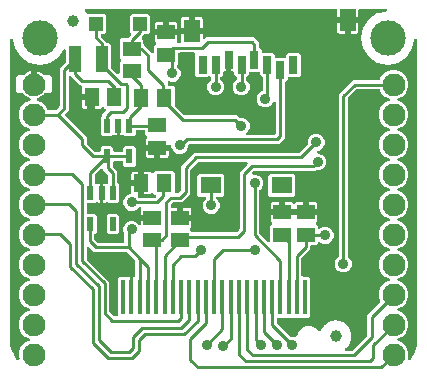
<source format=gbr>
G04 EAGLE Gerber RS-274X export*
G75*
%MOMM*%
%FSLAX34Y34*%
%LPD*%
%INBottom Copper*%
%IPPOS*%
%AMOC8*
5,1,8,0,0,1.08239X$1,22.5*%
G01*
%ADD10C,3.000000*%
%ADD11C,1.000000*%
%ADD12R,0.350000X3.000000*%
%ADD13R,0.550000X1.200000*%
%ADD14R,1.300000X1.500000*%
%ADD15R,1.016000X2.200000*%
%ADD16R,1.200000X1.200000*%
%ADD17R,1.500000X1.300000*%
%ADD18C,1.930400*%
%ADD19R,1.400000X1.900000*%
%ADD20R,1.800000X1.400000*%
%ADD21R,0.700000X1.500000*%
%ADD22C,0.254000*%
%ADD23C,0.908000*%

G36*
X355691Y13848D02*
X355691Y13848D01*
X355761Y13850D01*
X355847Y13875D01*
X355936Y13890D01*
X355999Y13919D01*
X356066Y13938D01*
X356144Y13984D01*
X356226Y14021D01*
X356280Y14064D01*
X356340Y14100D01*
X356461Y14206D01*
X356960Y14705D01*
X357013Y14773D01*
X357073Y14834D01*
X357149Y14948D01*
X357155Y14957D01*
X357157Y14961D01*
X357162Y14968D01*
X360249Y20315D01*
X360282Y20394D01*
X360324Y20468D01*
X360348Y20537D01*
X360357Y20557D01*
X360360Y20575D01*
X360368Y20598D01*
X360372Y20608D01*
X360373Y20612D01*
X360376Y20621D01*
X361974Y26585D01*
X361980Y26628D01*
X361994Y26670D01*
X362014Y26830D01*
X362151Y28916D01*
X362151Y28917D01*
X362217Y29917D01*
X362215Y29938D01*
X362219Y30000D01*
X362219Y284892D01*
X362215Y284926D01*
X362217Y284961D01*
X362195Y285084D01*
X362179Y285207D01*
X362167Y285240D01*
X362160Y285274D01*
X362108Y285387D01*
X362062Y285503D01*
X362042Y285531D01*
X362027Y285563D01*
X361949Y285659D01*
X361876Y285760D01*
X361849Y285782D01*
X361827Y285810D01*
X361726Y285884D01*
X361631Y285963D01*
X361599Y285978D01*
X361571Y285999D01*
X361455Y286045D01*
X361343Y286098D01*
X361309Y286105D01*
X361276Y286118D01*
X361152Y286135D01*
X361031Y286158D01*
X360996Y286156D01*
X360961Y286161D01*
X360837Y286146D01*
X360713Y286138D01*
X360680Y286128D01*
X360645Y286124D01*
X360529Y286079D01*
X360411Y286040D01*
X360381Y286022D01*
X360348Y286009D01*
X360247Y285937D01*
X360142Y285870D01*
X360118Y285845D01*
X360089Y285824D01*
X360009Y285729D01*
X359924Y285639D01*
X359907Y285608D01*
X359885Y285581D01*
X359830Y285469D01*
X359770Y285360D01*
X359762Y285326D01*
X359747Y285295D01*
X359705Y285139D01*
X358250Y277822D01*
X353334Y270466D01*
X345978Y265550D01*
X337300Y263824D01*
X328622Y265550D01*
X321266Y270466D01*
X316350Y277822D01*
X314624Y286500D01*
X316350Y295178D01*
X321266Y302534D01*
X328622Y307450D01*
X335939Y308905D01*
X335972Y308916D01*
X336007Y308921D01*
X336123Y308966D01*
X336241Y309006D01*
X336270Y309025D01*
X336303Y309038D01*
X336403Y309111D01*
X336508Y309178D01*
X336532Y309204D01*
X336560Y309224D01*
X336640Y309320D01*
X336724Y309412D01*
X336741Y309442D01*
X336763Y309469D01*
X336816Y309582D01*
X336875Y309692D01*
X336884Y309726D01*
X336898Y309757D01*
X336922Y309879D01*
X336952Y310000D01*
X336952Y310035D01*
X336958Y310070D01*
X336951Y310194D01*
X336950Y310318D01*
X336941Y310352D01*
X336938Y310387D01*
X336900Y310505D01*
X336868Y310626D01*
X336851Y310656D01*
X336840Y310689D01*
X336774Y310795D01*
X336713Y310903D01*
X336689Y310929D01*
X336670Y310958D01*
X336580Y311044D01*
X336494Y311134D01*
X336464Y311152D01*
X336439Y311176D01*
X336330Y311236D01*
X336224Y311302D01*
X336191Y311313D01*
X336160Y311330D01*
X336040Y311361D01*
X335921Y311398D01*
X335886Y311400D01*
X335852Y311409D01*
X335692Y311419D01*
X313942Y311419D01*
X313824Y311404D01*
X313705Y311397D01*
X313667Y311384D01*
X313626Y311379D01*
X313516Y311336D01*
X313403Y311299D01*
X313368Y311277D01*
X313331Y311262D01*
X313235Y311193D01*
X313134Y311129D01*
X313106Y311099D01*
X313073Y311076D01*
X312997Y310984D01*
X312916Y310897D01*
X312896Y310862D01*
X312871Y310831D01*
X312820Y310723D01*
X312762Y310619D01*
X312752Y310579D01*
X312735Y310543D01*
X312713Y310426D01*
X312683Y310311D01*
X312679Y310251D01*
X312675Y310231D01*
X312677Y310210D01*
X312673Y310150D01*
X312673Y304419D01*
X304910Y304419D01*
X304792Y304404D01*
X304673Y304397D01*
X304635Y304384D01*
X304595Y304379D01*
X304484Y304335D01*
X304371Y304299D01*
X304336Y304277D01*
X304299Y304262D01*
X304203Y304192D01*
X304102Y304129D01*
X304074Y304099D01*
X304042Y304075D01*
X303966Y303984D01*
X303884Y303897D01*
X303865Y303862D01*
X303839Y303830D01*
X303788Y303723D01*
X303731Y303619D01*
X303720Y303579D01*
X303703Y303543D01*
X303681Y303426D01*
X303651Y303311D01*
X303647Y303250D01*
X303643Y303230D01*
X303645Y303210D01*
X303641Y303150D01*
X303641Y301879D01*
X303639Y301879D01*
X303639Y303150D01*
X303624Y303268D01*
X303617Y303387D01*
X303604Y303425D01*
X303599Y303465D01*
X303555Y303576D01*
X303519Y303689D01*
X303497Y303724D01*
X303482Y303761D01*
X303412Y303857D01*
X303349Y303958D01*
X303319Y303986D01*
X303295Y304018D01*
X303204Y304094D01*
X303117Y304176D01*
X303082Y304195D01*
X303050Y304221D01*
X302943Y304272D01*
X302839Y304329D01*
X302799Y304340D01*
X302763Y304357D01*
X302646Y304379D01*
X302531Y304409D01*
X302470Y304413D01*
X302450Y304417D01*
X302430Y304415D01*
X302370Y304419D01*
X294607Y304419D01*
X294607Y310150D01*
X294592Y310268D01*
X294585Y310387D01*
X294572Y310425D01*
X294567Y310466D01*
X294524Y310576D01*
X294487Y310689D01*
X294465Y310724D01*
X294450Y310761D01*
X294381Y310857D01*
X294317Y310958D01*
X294287Y310986D01*
X294264Y311019D01*
X294172Y311095D01*
X294085Y311176D01*
X294050Y311196D01*
X294019Y311221D01*
X293911Y311272D01*
X293807Y311330D01*
X293767Y311340D01*
X293731Y311357D01*
X293614Y311379D01*
X293499Y311409D01*
X293439Y311413D01*
X293419Y311417D01*
X293398Y311415D01*
X293338Y311419D01*
X82424Y311419D01*
X82287Y311402D01*
X82148Y311389D01*
X82129Y311382D01*
X82109Y311379D01*
X81980Y311328D01*
X81849Y311281D01*
X81832Y311270D01*
X81813Y311262D01*
X81701Y311181D01*
X81586Y311103D01*
X81572Y311087D01*
X81556Y311076D01*
X81467Y310968D01*
X81375Y310864D01*
X81366Y310846D01*
X81353Y310831D01*
X81294Y310705D01*
X81231Y310581D01*
X81226Y310561D01*
X81218Y310543D01*
X81191Y310407D01*
X81161Y310271D01*
X81162Y310250D01*
X81158Y310231D01*
X81166Y310092D01*
X81171Y309953D01*
X81176Y309933D01*
X81177Y309913D01*
X81220Y309781D01*
X81259Y309647D01*
X81269Y309630D01*
X81276Y309611D01*
X81350Y309493D01*
X81421Y309373D01*
X81439Y309352D01*
X81446Y309342D01*
X81461Y309328D01*
X81527Y309253D01*
X82002Y308777D01*
X82031Y308755D01*
X82053Y308730D01*
X82075Y308673D01*
X82476Y307814D01*
X82477Y307812D01*
X82477Y307811D01*
X82563Y307675D01*
X82645Y307544D01*
X82647Y307543D01*
X82647Y307542D01*
X82761Y307435D01*
X82876Y307326D01*
X82878Y307325D01*
X82879Y307324D01*
X83013Y307250D01*
X83155Y307172D01*
X83156Y307171D01*
X83158Y307170D01*
X83303Y307133D01*
X83462Y307091D01*
X83464Y307091D01*
X83466Y307091D01*
X83626Y307081D01*
X97772Y307081D01*
X99261Y305592D01*
X99261Y291488D01*
X97772Y289999D01*
X95800Y289999D01*
X95682Y289984D01*
X95563Y289977D01*
X95525Y289964D01*
X95484Y289959D01*
X95374Y289916D01*
X95261Y289879D01*
X95226Y289857D01*
X95189Y289842D01*
X95093Y289773D01*
X94992Y289709D01*
X94964Y289679D01*
X94931Y289656D01*
X94855Y289564D01*
X94774Y289477D01*
X94754Y289442D01*
X94729Y289411D01*
X94678Y289303D01*
X94620Y289199D01*
X94610Y289159D01*
X94593Y289123D01*
X94571Y289006D01*
X94541Y288891D01*
X94537Y288831D01*
X94533Y288811D01*
X94535Y288790D01*
X94531Y288730D01*
X94531Y288574D01*
X94543Y288476D01*
X94546Y288377D01*
X94563Y288319D01*
X94571Y288259D01*
X94607Y288167D01*
X94635Y288071D01*
X94665Y288019D01*
X94688Y287963D01*
X94746Y287883D01*
X94796Y287798D01*
X94862Y287722D01*
X94874Y287706D01*
X94884Y287698D01*
X94902Y287677D01*
X99061Y283518D01*
X99061Y283250D01*
X99076Y283132D01*
X99083Y283013D01*
X99096Y282975D01*
X99101Y282934D01*
X99144Y282824D01*
X99181Y282711D01*
X99203Y282676D01*
X99218Y282639D01*
X99287Y282543D01*
X99351Y282442D01*
X99381Y282414D01*
X99404Y282381D01*
X99496Y282305D01*
X99583Y282224D01*
X99618Y282204D01*
X99649Y282179D01*
X99757Y282128D01*
X99861Y282070D01*
X99901Y282060D01*
X99937Y282043D01*
X100054Y282021D01*
X100169Y281991D01*
X100229Y281987D01*
X100249Y281983D01*
X100270Y281985D01*
X100330Y281981D01*
X101342Y281981D01*
X102831Y280492D01*
X102831Y262494D01*
X102843Y262396D01*
X102846Y262297D01*
X102863Y262239D01*
X102871Y262179D01*
X102907Y262087D01*
X102935Y261991D01*
X102965Y261939D01*
X102988Y261883D01*
X103046Y261803D01*
X103096Y261718D01*
X103162Y261642D01*
X103174Y261626D01*
X103184Y261618D01*
X103202Y261597D01*
X108353Y256447D01*
X108462Y256361D01*
X108569Y256273D01*
X108588Y256264D01*
X108604Y256252D01*
X108732Y256196D01*
X108857Y256137D01*
X108877Y256133D01*
X108896Y256125D01*
X109034Y256103D01*
X109170Y256077D01*
X109190Y256079D01*
X109210Y256076D01*
X109349Y256089D01*
X109487Y256097D01*
X109506Y256103D01*
X109526Y256105D01*
X109658Y256152D01*
X109789Y256195D01*
X109807Y256206D01*
X109826Y256213D01*
X109941Y256291D01*
X110058Y256365D01*
X110072Y256380D01*
X110089Y256392D01*
X110181Y256496D01*
X110276Y256597D01*
X110286Y256615D01*
X110299Y256630D01*
X110363Y256754D01*
X110430Y256876D01*
X110435Y256895D01*
X110444Y256913D01*
X110474Y257049D01*
X110509Y257183D01*
X110511Y257212D01*
X110514Y257223D01*
X110513Y257244D01*
X110519Y257344D01*
X110519Y266022D01*
X111569Y267073D01*
X111642Y267167D01*
X111721Y267256D01*
X111739Y267292D01*
X111764Y267324D01*
X111812Y267433D01*
X111866Y267539D01*
X111875Y267578D01*
X111891Y267616D01*
X111909Y267733D01*
X111935Y267849D01*
X111934Y267890D01*
X111940Y267930D01*
X111929Y268048D01*
X111926Y268167D01*
X111914Y268206D01*
X111911Y268246D01*
X111870Y268358D01*
X111837Y268473D01*
X111817Y268508D01*
X111803Y268546D01*
X111736Y268644D01*
X111676Y268747D01*
X111636Y268792D01*
X111624Y268809D01*
X111609Y268822D01*
X111569Y268868D01*
X110519Y269918D01*
X110519Y285022D01*
X112008Y286511D01*
X116766Y286511D01*
X116864Y286523D01*
X116963Y286526D01*
X117021Y286543D01*
X117081Y286551D01*
X117173Y286587D01*
X117269Y286615D01*
X117321Y286645D01*
X117377Y286668D01*
X117457Y286726D01*
X117542Y286776D01*
X117618Y286842D01*
X117634Y286854D01*
X117642Y286864D01*
X117663Y286882D01*
X119443Y288662D01*
X119826Y289045D01*
X119899Y289140D01*
X119978Y289229D01*
X119996Y289265D01*
X120021Y289297D01*
X120069Y289406D01*
X120123Y289512D01*
X120132Y289552D01*
X120148Y289589D01*
X120166Y289706D01*
X120192Y289822D01*
X120191Y289863D01*
X120197Y289903D01*
X120186Y290021D01*
X120183Y290140D01*
X120171Y290179D01*
X120168Y290219D01*
X120127Y290331D01*
X120094Y290446D01*
X120074Y290481D01*
X120060Y290519D01*
X119993Y290617D01*
X119933Y290720D01*
X119893Y290765D01*
X119882Y290782D01*
X119866Y290795D01*
X119826Y290841D01*
X119179Y291488D01*
X119179Y305592D01*
X120668Y307081D01*
X134772Y307081D01*
X136261Y305592D01*
X136261Y291488D01*
X134772Y289999D01*
X132084Y289999D01*
X131986Y289987D01*
X131887Y289984D01*
X131829Y289967D01*
X131769Y289959D01*
X131677Y289923D01*
X131581Y289895D01*
X131529Y289865D01*
X131473Y289842D01*
X131393Y289784D01*
X131308Y289734D01*
X131232Y289668D01*
X131216Y289656D01*
X131208Y289646D01*
X131187Y289628D01*
X129489Y287929D01*
X129416Y287835D01*
X129337Y287746D01*
X129319Y287710D01*
X129294Y287678D01*
X129246Y287569D01*
X129192Y287463D01*
X129183Y287424D01*
X129167Y287386D01*
X129149Y287269D01*
X129123Y287153D01*
X129124Y287112D01*
X129118Y287072D01*
X129129Y286954D01*
X129132Y286835D01*
X129144Y286796D01*
X129147Y286756D01*
X129188Y286644D01*
X129221Y286529D01*
X129241Y286494D01*
X129255Y286456D01*
X129322Y286358D01*
X129382Y286255D01*
X129422Y286210D01*
X129434Y286193D01*
X129449Y286180D01*
X129489Y286134D01*
X130601Y285022D01*
X130601Y281714D01*
X130613Y281616D01*
X130616Y281517D01*
X130633Y281459D01*
X130641Y281399D01*
X130677Y281307D01*
X130705Y281211D01*
X130735Y281159D01*
X130758Y281103D01*
X130816Y281023D01*
X130866Y280938D01*
X130932Y280862D01*
X130944Y280846D01*
X130954Y280838D01*
X130972Y280817D01*
X135827Y275962D01*
X137653Y274137D01*
X137762Y274051D01*
X137869Y273963D01*
X137888Y273954D01*
X137904Y273942D01*
X138032Y273886D01*
X138157Y273827D01*
X138177Y273823D01*
X138196Y273815D01*
X138334Y273793D01*
X138470Y273767D01*
X138490Y273769D01*
X138510Y273766D01*
X138649Y273779D01*
X138787Y273787D01*
X138806Y273793D01*
X138826Y273795D01*
X138958Y273843D01*
X139089Y273885D01*
X139107Y273896D01*
X139126Y273903D01*
X139241Y273981D01*
X139358Y274055D01*
X139372Y274070D01*
X139389Y274082D01*
X139481Y274186D01*
X139576Y274287D01*
X139586Y274305D01*
X139599Y274320D01*
X139663Y274444D01*
X139730Y274566D01*
X139735Y274585D01*
X139744Y274603D01*
X139774Y274739D01*
X139809Y274873D01*
X139811Y274902D01*
X139814Y274913D01*
X139813Y274934D01*
X139819Y275034D01*
X139819Y279992D01*
X141229Y281402D01*
X141302Y281496D01*
X141380Y281585D01*
X141399Y281621D01*
X141424Y281653D01*
X141471Y281762D01*
X141525Y281868D01*
X141534Y281908D01*
X141550Y281945D01*
X141569Y282063D01*
X141595Y282179D01*
X141593Y282219D01*
X141600Y282259D01*
X141589Y282378D01*
X141585Y282496D01*
X141574Y282535D01*
X141570Y282576D01*
X141530Y282688D01*
X141497Y282802D01*
X141476Y282837D01*
X141462Y282875D01*
X141395Y282973D01*
X141335Y283076D01*
X141295Y283121D01*
X141284Y283138D01*
X141268Y283151D01*
X141229Y283197D01*
X140733Y283692D01*
X140466Y284155D01*
X140327Y284672D01*
X140327Y288901D01*
X148590Y288901D01*
X148708Y288916D01*
X148827Y288923D01*
X148865Y288936D01*
X148905Y288941D01*
X149016Y288984D01*
X149129Y289021D01*
X149164Y289043D01*
X149201Y289058D01*
X149297Y289128D01*
X149398Y289191D01*
X149426Y289221D01*
X149458Y289245D01*
X149534Y289336D01*
X149616Y289423D01*
X149635Y289458D01*
X149661Y289489D01*
X149712Y289597D01*
X149769Y289701D01*
X149780Y289741D01*
X149797Y289777D01*
X149819Y289894D01*
X149849Y290009D01*
X149853Y290070D01*
X149857Y290090D01*
X149855Y290110D01*
X149859Y290170D01*
X149859Y291441D01*
X149861Y291441D01*
X149861Y290170D01*
X149876Y290052D01*
X149883Y289933D01*
X149896Y289895D01*
X149901Y289855D01*
X149945Y289744D01*
X149981Y289631D01*
X150003Y289596D01*
X150018Y289559D01*
X150088Y289463D01*
X150151Y289362D01*
X150181Y289334D01*
X150205Y289301D01*
X150296Y289226D01*
X150383Y289144D01*
X150418Y289124D01*
X150450Y289099D01*
X150557Y289048D01*
X150661Y288990D01*
X150701Y288980D01*
X150737Y288963D01*
X150854Y288941D01*
X150969Y288911D01*
X151030Y288907D01*
X151050Y288903D01*
X151070Y288905D01*
X151130Y288901D01*
X159393Y288901D01*
X159393Y284672D01*
X159254Y284155D01*
X159075Y283845D01*
X159023Y283722D01*
X158967Y283603D01*
X158962Y283576D01*
X158952Y283551D01*
X158932Y283420D01*
X158907Y283290D01*
X158909Y283264D01*
X158905Y283237D01*
X158919Y283105D01*
X158927Y282973D01*
X158935Y282947D01*
X158938Y282921D01*
X158984Y282796D01*
X159025Y282671D01*
X159039Y282648D01*
X159049Y282622D01*
X159125Y282513D01*
X159195Y282402D01*
X159215Y282383D01*
X159230Y282361D01*
X159330Y282275D01*
X159427Y282184D01*
X159450Y282171D01*
X159471Y282153D01*
X159590Y282094D01*
X159705Y282030D01*
X159731Y282024D01*
X159756Y282012D01*
X159886Y281984D01*
X160013Y281951D01*
X160051Y281949D01*
X160067Y281945D01*
X160089Y281946D01*
X160174Y281941D01*
X161338Y281941D01*
X161456Y281956D01*
X161575Y281963D01*
X161613Y281976D01*
X161654Y281981D01*
X161764Y282024D01*
X161877Y282061D01*
X161912Y282083D01*
X161949Y282098D01*
X162045Y282167D01*
X162146Y282231D01*
X162174Y282261D01*
X162207Y282284D01*
X162283Y282376D01*
X162364Y282463D01*
X162384Y282498D01*
X162409Y282529D01*
X162460Y282637D01*
X162518Y282741D01*
X162528Y282781D01*
X162545Y282817D01*
X162567Y282934D01*
X162597Y283049D01*
X162601Y283109D01*
X162605Y283129D01*
X162603Y283150D01*
X162607Y283210D01*
X162607Y290341D01*
X170370Y290341D01*
X170488Y290356D01*
X170607Y290363D01*
X170645Y290376D01*
X170685Y290381D01*
X170796Y290424D01*
X170909Y290461D01*
X170944Y290483D01*
X170981Y290498D01*
X171077Y290568D01*
X171178Y290631D01*
X171206Y290661D01*
X171238Y290685D01*
X171314Y290776D01*
X171396Y290863D01*
X171415Y290898D01*
X171441Y290929D01*
X171492Y291037D01*
X171549Y291141D01*
X171560Y291181D01*
X171577Y291217D01*
X171599Y291334D01*
X171629Y291449D01*
X171633Y291510D01*
X171637Y291530D01*
X171635Y291550D01*
X171639Y291610D01*
X171639Y292881D01*
X171641Y292881D01*
X171641Y291610D01*
X171656Y291492D01*
X171663Y291373D01*
X171676Y291335D01*
X171681Y291295D01*
X171725Y291184D01*
X171761Y291071D01*
X171783Y291036D01*
X171798Y290999D01*
X171868Y290903D01*
X171931Y290802D01*
X171961Y290774D01*
X171985Y290741D01*
X172076Y290666D01*
X172163Y290584D01*
X172198Y290564D01*
X172230Y290539D01*
X172337Y290488D01*
X172441Y290430D01*
X172481Y290420D01*
X172517Y290403D01*
X172634Y290381D01*
X172749Y290351D01*
X172810Y290347D01*
X172830Y290343D01*
X172850Y290345D01*
X172910Y290341D01*
X180673Y290341D01*
X180673Y286916D01*
X180690Y286779D01*
X180703Y286640D01*
X180710Y286621D01*
X180713Y286601D01*
X180764Y286472D01*
X180811Y286341D01*
X180822Y286324D01*
X180830Y286305D01*
X180911Y286193D01*
X180989Y286077D01*
X181005Y286064D01*
X181016Y286048D01*
X181124Y285959D01*
X181228Y285867D01*
X181246Y285858D01*
X181261Y285845D01*
X181387Y285786D01*
X181511Y285722D01*
X181531Y285718D01*
X181549Y285709D01*
X181685Y285683D01*
X181821Y285653D01*
X181842Y285653D01*
X181861Y285649D01*
X182000Y285658D01*
X182139Y285662D01*
X182159Y285668D01*
X182179Y285669D01*
X182311Y285712D01*
X182445Y285751D01*
X182462Y285761D01*
X182481Y285767D01*
X182599Y285842D01*
X182719Y285912D01*
X182740Y285931D01*
X182750Y285937D01*
X182764Y285952D01*
X182839Y286019D01*
X183842Y287021D01*
X223828Y287021D01*
X228451Y282398D01*
X228451Y279188D01*
X228463Y279090D01*
X228466Y278991D01*
X228483Y278933D01*
X228491Y278873D01*
X228527Y278781D01*
X228555Y278685D01*
X228585Y278633D01*
X228608Y278577D01*
X228666Y278497D01*
X228716Y278412D01*
X228782Y278336D01*
X228794Y278320D01*
X228804Y278312D01*
X228822Y278291D01*
X230681Y276432D01*
X230681Y275190D01*
X230696Y275072D01*
X230703Y274953D01*
X230716Y274915D01*
X230721Y274874D01*
X230764Y274764D01*
X230801Y274651D01*
X230823Y274616D01*
X230838Y274579D01*
X230907Y274483D01*
X230971Y274382D01*
X231001Y274354D01*
X231024Y274321D01*
X231116Y274245D01*
X231203Y274164D01*
X231238Y274144D01*
X231269Y274119D01*
X231377Y274068D01*
X231481Y274010D01*
X231521Y274000D01*
X231557Y273983D01*
X231674Y273961D01*
X231789Y273931D01*
X231849Y273927D01*
X231869Y273923D01*
X231890Y273925D01*
X231950Y273921D01*
X240192Y273921D01*
X241681Y272432D01*
X241681Y271190D01*
X241696Y271072D01*
X241703Y270953D01*
X241716Y270915D01*
X241721Y270874D01*
X241764Y270764D01*
X241801Y270651D01*
X241823Y270616D01*
X241838Y270579D01*
X241907Y270483D01*
X241971Y270382D01*
X242001Y270354D01*
X242024Y270321D01*
X242116Y270245D01*
X242203Y270164D01*
X242238Y270144D01*
X242269Y270119D01*
X242377Y270068D01*
X242481Y270010D01*
X242521Y270000D01*
X242557Y269983D01*
X242674Y269961D01*
X242789Y269931D01*
X242849Y269927D01*
X242869Y269923D01*
X242890Y269925D01*
X242950Y269921D01*
X250330Y269921D01*
X250448Y269936D01*
X250567Y269943D01*
X250605Y269956D01*
X250646Y269961D01*
X250756Y270004D01*
X250869Y270041D01*
X250904Y270063D01*
X250941Y270078D01*
X251037Y270147D01*
X251138Y270211D01*
X251166Y270241D01*
X251199Y270264D01*
X251275Y270356D01*
X251356Y270443D01*
X251376Y270478D01*
X251401Y270509D01*
X251452Y270617D01*
X251510Y270721D01*
X251520Y270761D01*
X251537Y270797D01*
X251559Y270914D01*
X251589Y271029D01*
X251593Y271089D01*
X251597Y271109D01*
X251595Y271130D01*
X251599Y271190D01*
X251599Y272432D01*
X253088Y273921D01*
X262192Y273921D01*
X263681Y272432D01*
X263681Y255328D01*
X262192Y253839D01*
X253950Y253839D01*
X253832Y253824D01*
X253713Y253817D01*
X253675Y253804D01*
X253634Y253799D01*
X253524Y253756D01*
X253411Y253719D01*
X253376Y253697D01*
X253339Y253682D01*
X253243Y253613D01*
X253142Y253549D01*
X253114Y253519D01*
X253081Y253496D01*
X253005Y253404D01*
X252924Y253317D01*
X252904Y253282D01*
X252879Y253251D01*
X252828Y253143D01*
X252770Y253039D01*
X252760Y252999D01*
X252743Y252963D01*
X252721Y252846D01*
X252691Y252731D01*
X252687Y252671D01*
X252683Y252651D01*
X252685Y252630D01*
X252681Y252570D01*
X252681Y251328D01*
X251154Y249801D01*
X251144Y249799D01*
X251034Y249756D01*
X250921Y249719D01*
X250886Y249697D01*
X250849Y249682D01*
X250753Y249613D01*
X250652Y249549D01*
X250624Y249519D01*
X250591Y249496D01*
X250515Y249404D01*
X250434Y249317D01*
X250414Y249282D01*
X250389Y249251D01*
X250338Y249143D01*
X250280Y249039D01*
X250270Y248999D01*
X250253Y248963D01*
X250231Y248846D01*
X250201Y248731D01*
X250197Y248671D01*
X250193Y248651D01*
X250195Y248630D01*
X250191Y248570D01*
X250191Y201622D01*
X245418Y196849D01*
X169744Y196849D01*
X169646Y196837D01*
X169547Y196834D01*
X169489Y196817D01*
X169429Y196809D01*
X169337Y196773D01*
X169241Y196745D01*
X169189Y196715D01*
X169133Y196692D01*
X169053Y196634D01*
X168968Y196584D01*
X168892Y196518D01*
X168876Y196506D01*
X168868Y196496D01*
X168847Y196478D01*
X168742Y196373D01*
X168682Y196295D01*
X168614Y196223D01*
X168585Y196170D01*
X168548Y196122D01*
X168508Y196031D01*
X168460Y195944D01*
X168445Y195886D01*
X168421Y195830D01*
X168406Y195732D01*
X168381Y195636D01*
X168375Y195536D01*
X168371Y195516D01*
X168373Y195504D01*
X168371Y195476D01*
X168371Y194172D01*
X167293Y191569D01*
X165301Y189577D01*
X162698Y188499D01*
X159882Y188499D01*
X157279Y189577D01*
X155287Y191569D01*
X154209Y194172D01*
X154209Y194970D01*
X154194Y195088D01*
X154187Y195207D01*
X154174Y195245D01*
X154169Y195285D01*
X154126Y195396D01*
X154089Y195509D01*
X154067Y195544D01*
X154052Y195581D01*
X153983Y195677D01*
X153919Y195778D01*
X153889Y195806D01*
X153866Y195838D01*
X153774Y195914D01*
X153687Y195996D01*
X153652Y196015D01*
X153621Y196041D01*
X153513Y196092D01*
X153409Y196149D01*
X153369Y196160D01*
X153333Y196177D01*
X153216Y196199D01*
X153101Y196229D01*
X153041Y196233D01*
X153021Y196237D01*
X153000Y196235D01*
X152940Y196239D01*
X143600Y196239D01*
X143482Y196224D01*
X143363Y196217D01*
X143325Y196204D01*
X143285Y196199D01*
X143174Y196155D01*
X143061Y196119D01*
X143026Y196097D01*
X142989Y196082D01*
X142893Y196012D01*
X142792Y195949D01*
X142764Y195919D01*
X142732Y195895D01*
X142656Y195804D01*
X142574Y195717D01*
X142555Y195682D01*
X142529Y195650D01*
X142478Y195543D01*
X142421Y195439D01*
X142410Y195399D01*
X142393Y195363D01*
X142371Y195246D01*
X142341Y195131D01*
X142337Y195070D01*
X142333Y195050D01*
X142335Y195030D01*
X142331Y194970D01*
X142331Y193699D01*
X142329Y193699D01*
X142329Y194970D01*
X142314Y195088D01*
X142307Y195207D01*
X142294Y195245D01*
X142289Y195285D01*
X142245Y195396D01*
X142209Y195509D01*
X142187Y195544D01*
X142172Y195581D01*
X142102Y195677D01*
X142039Y195778D01*
X142009Y195806D01*
X141985Y195838D01*
X141894Y195914D01*
X141807Y195996D01*
X141772Y196015D01*
X141740Y196041D01*
X141633Y196092D01*
X141529Y196149D01*
X141489Y196160D01*
X141453Y196177D01*
X141336Y196199D01*
X141221Y196229D01*
X141160Y196233D01*
X141140Y196237D01*
X141120Y196235D01*
X141060Y196239D01*
X132797Y196239D01*
X132797Y200468D01*
X132936Y200985D01*
X133203Y201448D01*
X133699Y201943D01*
X133772Y202037D01*
X133850Y202127D01*
X133869Y202163D01*
X133894Y202195D01*
X133941Y202304D01*
X133995Y202410D01*
X134004Y202449D01*
X134020Y202486D01*
X134039Y202604D01*
X134065Y202720D01*
X134063Y202761D01*
X134070Y202801D01*
X134059Y202919D01*
X134055Y203038D01*
X134044Y203077D01*
X134040Y203117D01*
X134000Y203229D01*
X133967Y203344D01*
X133946Y203378D01*
X133932Y203416D01*
X133865Y203515D01*
X133805Y203617D01*
X133765Y203663D01*
X133754Y203680D01*
X133738Y203693D01*
X133699Y203738D01*
X132289Y205148D01*
X132289Y207221D01*
X132274Y207339D01*
X132267Y207458D01*
X132254Y207496D01*
X132249Y207537D01*
X132206Y207647D01*
X132169Y207760D01*
X132147Y207795D01*
X132132Y207832D01*
X132063Y207928D01*
X131999Y208029D01*
X131969Y208057D01*
X131946Y208090D01*
X131854Y208166D01*
X131767Y208247D01*
X131732Y208267D01*
X131701Y208292D01*
X131593Y208343D01*
X131489Y208401D01*
X131449Y208411D01*
X131413Y208428D01*
X131296Y208450D01*
X131181Y208480D01*
X131121Y208484D01*
X131101Y208488D01*
X131080Y208486D01*
X131020Y208490D01*
X125280Y208490D01*
X125162Y208475D01*
X125043Y208468D01*
X125005Y208455D01*
X124964Y208450D01*
X124854Y208407D01*
X124741Y208370D01*
X124706Y208348D01*
X124669Y208333D01*
X124573Y208264D01*
X124472Y208200D01*
X124444Y208170D01*
X124411Y208147D01*
X124335Y208055D01*
X124254Y207968D01*
X124234Y207933D01*
X124209Y207902D01*
X124158Y207794D01*
X124100Y207690D01*
X124090Y207650D01*
X124073Y207614D01*
X124051Y207497D01*
X124021Y207382D01*
X124017Y207322D01*
X124013Y207302D01*
X124015Y207281D01*
X124011Y207221D01*
X124011Y205249D01*
X122522Y203760D01*
X114918Y203760D01*
X114405Y204273D01*
X114316Y204342D01*
X114232Y204417D01*
X114191Y204439D01*
X114153Y204468D01*
X114050Y204513D01*
X113951Y204565D01*
X113905Y204576D01*
X113862Y204594D01*
X113750Y204612D01*
X113641Y204638D01*
X113594Y204637D01*
X113547Y204644D01*
X113435Y204634D01*
X113323Y204632D01*
X113278Y204619D01*
X113231Y204615D01*
X113125Y204576D01*
X113017Y204546D01*
X112952Y204514D01*
X112932Y204507D01*
X112917Y204497D01*
X112873Y204475D01*
X112755Y204407D01*
X112238Y204268D01*
X110594Y204268D01*
X110594Y212196D01*
X110579Y212314D01*
X110572Y212433D01*
X110559Y212471D01*
X110554Y212511D01*
X110511Y212622D01*
X110474Y212735D01*
X110452Y212769D01*
X110437Y212807D01*
X110368Y212903D01*
X110304Y213004D01*
X110274Y213032D01*
X110251Y213064D01*
X110159Y213140D01*
X110072Y213222D01*
X110037Y213241D01*
X110006Y213267D01*
X109898Y213318D01*
X109794Y213375D01*
X109754Y213385D01*
X109718Y213403D01*
X109601Y213425D01*
X109486Y213455D01*
X109426Y213459D01*
X109406Y213462D01*
X109385Y213461D01*
X109325Y213465D01*
X109115Y213465D01*
X108997Y213450D01*
X108878Y213443D01*
X108840Y213430D01*
X108799Y213425D01*
X108689Y213381D01*
X108576Y213345D01*
X108541Y213323D01*
X108504Y213308D01*
X108407Y213238D01*
X108307Y213175D01*
X108279Y213145D01*
X108246Y213121D01*
X108170Y213030D01*
X108089Y212943D01*
X108069Y212908D01*
X108044Y212876D01*
X107993Y212769D01*
X107935Y212664D01*
X107925Y212625D01*
X107908Y212589D01*
X107886Y212472D01*
X107856Y212356D01*
X107852Y212296D01*
X107848Y212276D01*
X107850Y212256D01*
X107846Y212196D01*
X107846Y204268D01*
X106202Y204268D01*
X105685Y204407D01*
X105567Y204475D01*
X105464Y204518D01*
X105364Y204570D01*
X105318Y204580D01*
X105274Y204598D01*
X105163Y204615D01*
X105053Y204639D01*
X105006Y204638D01*
X104960Y204645D01*
X104848Y204633D01*
X104736Y204630D01*
X104690Y204616D01*
X104643Y204612D01*
X104538Y204572D01*
X104430Y204541D01*
X104390Y204517D01*
X104345Y204501D01*
X104253Y204437D01*
X104156Y204380D01*
X104102Y204332D01*
X104084Y204319D01*
X104072Y204306D01*
X104035Y204273D01*
X103522Y203760D01*
X95918Y203760D01*
X94429Y205249D01*
X94429Y219353D01*
X95538Y220462D01*
X95598Y220540D01*
X95666Y220612D01*
X95695Y220665D01*
X95732Y220713D01*
X95772Y220804D01*
X95820Y220891D01*
X95835Y220949D01*
X95859Y221005D01*
X95874Y221103D01*
X95899Y221198D01*
X95905Y221298D01*
X95909Y221319D01*
X95907Y221331D01*
X95909Y221359D01*
X95909Y221948D01*
X98451Y224491D01*
X98524Y224585D01*
X98603Y224674D01*
X98621Y224710D01*
X98646Y224742D01*
X98694Y224851D01*
X98748Y224957D01*
X98757Y224996D01*
X98773Y225034D01*
X98791Y225151D01*
X98817Y225267D01*
X98816Y225308D01*
X98822Y225348D01*
X98811Y225466D01*
X98808Y225585D01*
X98796Y225624D01*
X98793Y225664D01*
X98752Y225777D01*
X98719Y225891D01*
X98699Y225926D01*
X98685Y225964D01*
X98618Y226062D01*
X98558Y226165D01*
X98518Y226210D01*
X98506Y226227D01*
X98491Y226240D01*
X98451Y226286D01*
X97058Y227679D01*
X96964Y227752D01*
X96875Y227830D01*
X96839Y227849D01*
X96807Y227874D01*
X96698Y227921D01*
X96592Y227975D01*
X96552Y227984D01*
X96515Y228000D01*
X96397Y228019D01*
X96281Y228045D01*
X96241Y228043D01*
X96201Y228050D01*
X96082Y228039D01*
X95964Y228035D01*
X95925Y228024D01*
X95884Y228020D01*
X95772Y227980D01*
X95658Y227947D01*
X95623Y227926D01*
X95585Y227912D01*
X95487Y227845D01*
X95384Y227785D01*
X95339Y227745D01*
X95322Y227734D01*
X95309Y227718D01*
X95263Y227679D01*
X94768Y227183D01*
X94305Y226916D01*
X93788Y226777D01*
X89559Y226777D01*
X89559Y235040D01*
X89544Y235158D01*
X89537Y235277D01*
X89524Y235315D01*
X89519Y235355D01*
X89475Y235466D01*
X89439Y235579D01*
X89417Y235614D01*
X89402Y235651D01*
X89332Y235747D01*
X89269Y235848D01*
X89239Y235876D01*
X89215Y235908D01*
X89124Y235984D01*
X89037Y236066D01*
X89002Y236085D01*
X88970Y236111D01*
X88863Y236162D01*
X88759Y236219D01*
X88719Y236230D01*
X88683Y236247D01*
X88566Y236269D01*
X88451Y236299D01*
X88390Y236303D01*
X88370Y236307D01*
X88350Y236305D01*
X88290Y236309D01*
X87019Y236309D01*
X87019Y237580D01*
X87004Y237698D01*
X86997Y237817D01*
X86984Y237855D01*
X86979Y237895D01*
X86935Y238006D01*
X86899Y238119D01*
X86877Y238154D01*
X86862Y238191D01*
X86792Y238287D01*
X86729Y238388D01*
X86699Y238416D01*
X86675Y238448D01*
X86584Y238524D01*
X86497Y238606D01*
X86462Y238625D01*
X86430Y238651D01*
X86323Y238702D01*
X86219Y238759D01*
X86179Y238770D01*
X86143Y238787D01*
X86026Y238809D01*
X85911Y238839D01*
X85850Y238843D01*
X85830Y238847D01*
X85810Y238845D01*
X85750Y238849D01*
X78487Y238849D01*
X78487Y244078D01*
X78651Y244687D01*
X78665Y244717D01*
X78670Y244743D01*
X78680Y244768D01*
X78700Y244899D01*
X78724Y245030D01*
X78723Y245056D01*
X78727Y245082D01*
X78713Y245214D01*
X78705Y245347D01*
X78697Y245372D01*
X78694Y245398D01*
X78648Y245523D01*
X78607Y245649D01*
X78593Y245672D01*
X78583Y245697D01*
X78508Y245806D01*
X78437Y245918D01*
X78417Y245936D01*
X78402Y245958D01*
X78302Y246045D01*
X78205Y246136D01*
X78182Y246149D01*
X78162Y246166D01*
X78043Y246225D01*
X77926Y246290D01*
X77901Y246296D01*
X77877Y246308D01*
X77747Y246336D01*
X77618Y246369D01*
X77581Y246371D01*
X77566Y246375D01*
X77544Y246374D01*
X77458Y246379D01*
X77162Y246379D01*
X74558Y248983D01*
X69477Y254063D01*
X69368Y254149D01*
X69261Y254237D01*
X69242Y254246D01*
X69226Y254258D01*
X69098Y254314D01*
X68973Y254373D01*
X68953Y254377D01*
X68934Y254385D01*
X68796Y254407D01*
X68660Y254433D01*
X68640Y254431D01*
X68620Y254434D01*
X68481Y254421D01*
X68343Y254413D01*
X68324Y254407D01*
X68304Y254405D01*
X68172Y254357D01*
X68041Y254315D01*
X68023Y254304D01*
X68004Y254297D01*
X67889Y254219D01*
X67772Y254145D01*
X67758Y254130D01*
X67741Y254118D01*
X67649Y254014D01*
X67554Y253913D01*
X67544Y253895D01*
X67531Y253880D01*
X67467Y253756D01*
X67400Y253634D01*
X67395Y253615D01*
X67386Y253597D01*
X67356Y253461D01*
X67321Y253327D01*
X67319Y253298D01*
X67316Y253287D01*
X67317Y253266D01*
X67311Y253166D01*
X67311Y225752D01*
X64207Y222647D01*
X64134Y222553D01*
X64055Y222464D01*
X64037Y222428D01*
X64012Y222396D01*
X63964Y222287D01*
X63910Y222181D01*
X63901Y222142D01*
X63885Y222104D01*
X63867Y221987D01*
X63841Y221871D01*
X63842Y221830D01*
X63836Y221790D01*
X63847Y221672D01*
X63850Y221553D01*
X63862Y221514D01*
X63865Y221474D01*
X63906Y221361D01*
X63939Y221247D01*
X63959Y221212D01*
X63973Y221174D01*
X64040Y221076D01*
X64100Y220973D01*
X64140Y220928D01*
X64152Y220911D01*
X64167Y220898D01*
X64207Y220852D01*
X82551Y202508D01*
X82551Y197684D01*
X82563Y197586D01*
X82566Y197487D01*
X82583Y197429D01*
X82591Y197369D01*
X82627Y197277D01*
X82655Y197181D01*
X82685Y197129D01*
X82708Y197073D01*
X82766Y196993D01*
X82816Y196908D01*
X82882Y196832D01*
X82894Y196816D01*
X82904Y196808D01*
X82922Y196787D01*
X89228Y190481D01*
X89306Y190421D01*
X89378Y190353D01*
X89431Y190324D01*
X89479Y190287D01*
X89570Y190247D01*
X89657Y190199D01*
X89715Y190184D01*
X89771Y190160D01*
X89869Y190145D01*
X89964Y190120D01*
X90065Y190114D01*
X90085Y190110D01*
X90097Y190112D01*
X90125Y190110D01*
X93160Y190110D01*
X93278Y190125D01*
X93397Y190132D01*
X93435Y190145D01*
X93476Y190150D01*
X93586Y190193D01*
X93699Y190230D01*
X93734Y190252D01*
X93771Y190267D01*
X93867Y190336D01*
X93968Y190400D01*
X93996Y190430D01*
X94029Y190453D01*
X94105Y190545D01*
X94186Y190632D01*
X94206Y190667D01*
X94231Y190698D01*
X94282Y190806D01*
X94340Y190910D01*
X94350Y190950D01*
X94367Y190986D01*
X94389Y191103D01*
X94419Y191218D01*
X94423Y191278D01*
X94427Y191298D01*
X94425Y191319D01*
X94429Y191379D01*
X94429Y193351D01*
X95918Y194840D01*
X103522Y194840D01*
X105011Y193351D01*
X105011Y191379D01*
X105026Y191261D01*
X105033Y191142D01*
X105046Y191104D01*
X105051Y191063D01*
X105094Y190953D01*
X105131Y190840D01*
X105153Y190805D01*
X105168Y190768D01*
X105237Y190672D01*
X105301Y190571D01*
X105331Y190543D01*
X105354Y190510D01*
X105446Y190434D01*
X105533Y190353D01*
X105568Y190333D01*
X105599Y190308D01*
X105707Y190257D01*
X105811Y190199D01*
X105851Y190189D01*
X105887Y190172D01*
X106004Y190150D01*
X106119Y190120D01*
X106179Y190116D01*
X106199Y190112D01*
X106220Y190114D01*
X106280Y190110D01*
X112160Y190110D01*
X112278Y190125D01*
X112397Y190132D01*
X112435Y190145D01*
X112476Y190150D01*
X112586Y190193D01*
X112699Y190230D01*
X112734Y190252D01*
X112771Y190267D01*
X112867Y190336D01*
X112968Y190400D01*
X112996Y190430D01*
X113029Y190453D01*
X113105Y190545D01*
X113186Y190632D01*
X113206Y190667D01*
X113231Y190698D01*
X113282Y190806D01*
X113340Y190910D01*
X113350Y190950D01*
X113367Y190986D01*
X113389Y191103D01*
X113419Y191218D01*
X113423Y191278D01*
X113427Y191298D01*
X113425Y191319D01*
X113429Y191379D01*
X113429Y193351D01*
X114918Y194840D01*
X122522Y194840D01*
X124011Y193351D01*
X124011Y179247D01*
X122522Y177758D01*
X114918Y177758D01*
X113429Y179247D01*
X113429Y181219D01*
X113414Y181337D01*
X113407Y181456D01*
X113394Y181494D01*
X113389Y181535D01*
X113346Y181645D01*
X113309Y181758D01*
X113287Y181793D01*
X113272Y181830D01*
X113203Y181926D01*
X113139Y182027D01*
X113109Y182055D01*
X113086Y182088D01*
X112994Y182164D01*
X112907Y182245D01*
X112872Y182265D01*
X112841Y182290D01*
X112733Y182341D01*
X112629Y182399D01*
X112589Y182409D01*
X112553Y182426D01*
X112436Y182448D01*
X112321Y182478D01*
X112261Y182482D01*
X112241Y182486D01*
X112220Y182484D01*
X112160Y182488D01*
X106280Y182488D01*
X106162Y182473D01*
X106043Y182466D01*
X106005Y182453D01*
X105964Y182448D01*
X105854Y182405D01*
X105741Y182368D01*
X105706Y182346D01*
X105669Y182331D01*
X105573Y182262D01*
X105472Y182198D01*
X105444Y182168D01*
X105411Y182145D01*
X105335Y182053D01*
X105254Y181966D01*
X105234Y181931D01*
X105209Y181900D01*
X105158Y181792D01*
X105100Y181688D01*
X105090Y181648D01*
X105073Y181612D01*
X105051Y181495D01*
X105021Y181380D01*
X105017Y181320D01*
X105013Y181300D01*
X105015Y181279D01*
X105011Y181219D01*
X105011Y179247D01*
X104904Y179140D01*
X104831Y179046D01*
X104752Y178957D01*
X104734Y178921D01*
X104709Y178889D01*
X104662Y178779D01*
X104608Y178673D01*
X104599Y178634D01*
X104583Y178597D01*
X104564Y178479D01*
X104538Y178363D01*
X104539Y178323D01*
X104533Y178283D01*
X104544Y178164D01*
X104548Y178045D01*
X104559Y178006D01*
X104563Y177966D01*
X104603Y177854D01*
X104636Y177740D01*
X104657Y177705D01*
X104670Y177667D01*
X104737Y177568D01*
X104798Y177466D01*
X104838Y177421D01*
X104849Y177404D01*
X104864Y177390D01*
X104904Y177345D01*
X108561Y173688D01*
X108561Y164298D01*
X108573Y164200D01*
X108576Y164101D01*
X108593Y164043D01*
X108601Y163983D01*
X108637Y163891D01*
X108665Y163795D01*
X108695Y163743D01*
X108718Y163687D01*
X108776Y163607D01*
X108826Y163522D01*
X108892Y163446D01*
X108904Y163430D01*
X108914Y163422D01*
X108932Y163401D01*
X110041Y162292D01*
X110041Y148188D01*
X108552Y146699D01*
X100948Y146699D01*
X100435Y147212D01*
X100346Y147281D01*
X100262Y147356D01*
X100221Y147378D01*
X100183Y147407D01*
X100080Y147452D01*
X99981Y147504D01*
X99935Y147515D01*
X99892Y147533D01*
X99780Y147551D01*
X99671Y147577D01*
X99624Y147576D01*
X99577Y147583D01*
X99465Y147573D01*
X99353Y147571D01*
X99308Y147558D01*
X99261Y147554D01*
X99155Y147515D01*
X99047Y147485D01*
X98982Y147453D01*
X98962Y147446D01*
X98947Y147436D01*
X98903Y147414D01*
X98785Y147346D01*
X98268Y147207D01*
X96624Y147207D01*
X96624Y155135D01*
X96615Y155205D01*
X96618Y155245D01*
X96622Y155265D01*
X96620Y155285D01*
X96624Y155345D01*
X96624Y163273D01*
X98268Y163273D01*
X98785Y163134D01*
X98903Y163066D01*
X99006Y163023D01*
X99106Y162971D01*
X99152Y162961D01*
X99196Y162943D01*
X99307Y162926D01*
X99417Y162902D01*
X99464Y162903D01*
X99510Y162896D01*
X99622Y162908D01*
X99735Y162911D01*
X99780Y162925D01*
X99827Y162929D01*
X99932Y162969D01*
X100040Y163000D01*
X100081Y163024D01*
X100125Y163040D01*
X100217Y163104D01*
X100314Y163161D01*
X100368Y163209D01*
X100386Y163222D01*
X100398Y163235D01*
X100435Y163268D01*
X100568Y163401D01*
X100628Y163479D01*
X100696Y163551D01*
X100725Y163604D01*
X100763Y163652D01*
X100802Y163743D01*
X100850Y163830D01*
X100865Y163888D01*
X100889Y163944D01*
X100904Y164042D01*
X100929Y164137D01*
X100935Y164238D01*
X100939Y164258D01*
X100937Y164270D01*
X100939Y164298D01*
X100939Y170006D01*
X100927Y170104D01*
X100924Y170203D01*
X100907Y170261D01*
X100899Y170321D01*
X100863Y170413D01*
X100835Y170509D01*
X100805Y170561D01*
X100782Y170617D01*
X100724Y170697D01*
X100674Y170782D01*
X100608Y170858D01*
X100596Y170874D01*
X100586Y170882D01*
X100568Y170903D01*
X96459Y175012D01*
X96428Y175089D01*
X96381Y175220D01*
X96370Y175237D01*
X96362Y175256D01*
X96281Y175369D01*
X96203Y175484D01*
X96187Y175497D01*
X96176Y175513D01*
X96068Y175602D01*
X95964Y175694D01*
X95946Y175703D01*
X95931Y175716D01*
X95805Y175775D01*
X95681Y175839D01*
X95661Y175843D01*
X95643Y175852D01*
X95507Y175878D01*
X95371Y175908D01*
X95350Y175908D01*
X95331Y175912D01*
X95192Y175903D01*
X95053Y175899D01*
X95033Y175893D01*
X95013Y175892D01*
X94881Y175849D01*
X94747Y175810D01*
X94730Y175800D01*
X94711Y175794D01*
X94593Y175719D01*
X94473Y175649D01*
X94452Y175630D01*
X94442Y175624D01*
X94428Y175609D01*
X94353Y175542D01*
X89932Y171122D01*
X89872Y171044D01*
X89804Y170972D01*
X89775Y170919D01*
X89738Y170871D01*
X89698Y170780D01*
X89650Y170693D01*
X89635Y170635D01*
X89611Y170579D01*
X89596Y170481D01*
X89571Y170385D01*
X89565Y170285D01*
X89561Y170265D01*
X89563Y170253D01*
X89561Y170225D01*
X89561Y164298D01*
X89573Y164200D01*
X89576Y164101D01*
X89593Y164043D01*
X89601Y163983D01*
X89637Y163891D01*
X89664Y163796D01*
X89695Y163743D01*
X89718Y163687D01*
X89776Y163607D01*
X89826Y163522D01*
X89892Y163446D01*
X89904Y163430D01*
X89914Y163422D01*
X89932Y163401D01*
X90065Y163268D01*
X90154Y163199D01*
X90238Y163124D01*
X90279Y163102D01*
X90316Y163073D01*
X90420Y163028D01*
X90519Y162976D01*
X90565Y162965D01*
X90608Y162947D01*
X90719Y162929D01*
X90829Y162903D01*
X90876Y162904D01*
X90922Y162897D01*
X91034Y162907D01*
X91147Y162909D01*
X91192Y162922D01*
X91239Y162926D01*
X91345Y162965D01*
X91453Y162995D01*
X91518Y163027D01*
X91538Y163034D01*
X91553Y163044D01*
X91597Y163066D01*
X91715Y163134D01*
X92232Y163273D01*
X93876Y163273D01*
X93876Y155345D01*
X93885Y155275D01*
X93882Y155235D01*
X93878Y155215D01*
X93880Y155195D01*
X93876Y155135D01*
X93876Y147207D01*
X92232Y147207D01*
X91715Y147346D01*
X91597Y147414D01*
X91494Y147457D01*
X91394Y147509D01*
X91348Y147519D01*
X91304Y147537D01*
X91193Y147554D01*
X91083Y147578D01*
X91036Y147577D01*
X90990Y147584D01*
X90878Y147572D01*
X90766Y147569D01*
X90720Y147555D01*
X90673Y147551D01*
X90568Y147511D01*
X90460Y147480D01*
X90420Y147456D01*
X90375Y147440D01*
X90283Y147376D01*
X90186Y147319D01*
X90132Y147271D01*
X90114Y147258D01*
X90102Y147245D01*
X90065Y147212D01*
X89552Y146699D01*
X83820Y146699D01*
X83702Y146684D01*
X83583Y146677D01*
X83545Y146664D01*
X83504Y146659D01*
X83394Y146616D01*
X83281Y146579D01*
X83246Y146557D01*
X83209Y146542D01*
X83113Y146473D01*
X83012Y146409D01*
X82984Y146379D01*
X82951Y146356D01*
X82875Y146264D01*
X82794Y146177D01*
X82774Y146142D01*
X82749Y146111D01*
X82698Y146003D01*
X82640Y145899D01*
X82630Y145859D01*
X82613Y145823D01*
X82591Y145706D01*
X82561Y145591D01*
X82557Y145531D01*
X82553Y145511D01*
X82555Y145490D01*
X82551Y145430D01*
X82551Y139050D01*
X82566Y138932D01*
X82573Y138813D01*
X82586Y138775D01*
X82591Y138734D01*
X82634Y138624D01*
X82671Y138511D01*
X82693Y138476D01*
X82708Y138439D01*
X82777Y138343D01*
X82841Y138242D01*
X82871Y138214D01*
X82894Y138181D01*
X82986Y138105D01*
X83073Y138024D01*
X83108Y138004D01*
X83139Y137979D01*
X83247Y137928D01*
X83351Y137870D01*
X83391Y137860D01*
X83427Y137843D01*
X83544Y137821D01*
X83659Y137791D01*
X83719Y137787D01*
X83739Y137783D01*
X83760Y137785D01*
X83820Y137781D01*
X89552Y137781D01*
X91041Y136292D01*
X91041Y122188D01*
X89272Y120419D01*
X89212Y120341D01*
X89144Y120269D01*
X89115Y120216D01*
X89078Y120168D01*
X89038Y120077D01*
X88990Y119990D01*
X88975Y119932D01*
X88951Y119876D01*
X88936Y119778D01*
X88911Y119683D01*
X88905Y119583D01*
X88901Y119562D01*
X88903Y119550D01*
X88901Y119522D01*
X88901Y116404D01*
X88913Y116306D01*
X88916Y116207D01*
X88933Y116149D01*
X88941Y116089D01*
X88977Y115997D01*
X89005Y115901D01*
X89035Y115849D01*
X89058Y115793D01*
X89116Y115713D01*
X89166Y115628D01*
X89232Y115552D01*
X89244Y115536D01*
X89254Y115528D01*
X89272Y115507D01*
X91377Y113402D01*
X91455Y113342D01*
X91527Y113274D01*
X91580Y113245D01*
X91628Y113208D01*
X91719Y113168D01*
X91806Y113120D01*
X91864Y113105D01*
X91920Y113081D01*
X92018Y113066D01*
X92114Y113041D01*
X92214Y113035D01*
X92234Y113031D01*
X92246Y113033D01*
X92274Y113031D01*
X113030Y113031D01*
X113148Y113046D01*
X113267Y113053D01*
X113305Y113066D01*
X113346Y113071D01*
X113456Y113114D01*
X113569Y113151D01*
X113604Y113173D01*
X113641Y113188D01*
X113737Y113257D01*
X113838Y113321D01*
X113866Y113351D01*
X113899Y113374D01*
X113975Y113466D01*
X114056Y113553D01*
X114076Y113588D01*
X114101Y113619D01*
X114152Y113727D01*
X114210Y113831D01*
X114220Y113871D01*
X114237Y113907D01*
X114259Y114024D01*
X114289Y114139D01*
X114293Y114199D01*
X114297Y114219D01*
X114295Y114240D01*
X114299Y114300D01*
X114299Y121037D01*
X114298Y121046D01*
X114299Y121055D01*
X114278Y121204D01*
X114259Y121352D01*
X114256Y121361D01*
X114255Y121370D01*
X114203Y121522D01*
X113569Y123052D01*
X113569Y125868D01*
X114647Y128471D01*
X116639Y130463D01*
X119242Y131541D01*
X122058Y131541D01*
X124661Y130463D01*
X126411Y128713D01*
X126520Y128628D01*
X126627Y128539D01*
X126646Y128531D01*
X126662Y128518D01*
X126790Y128463D01*
X126915Y128404D01*
X126935Y128400D01*
X126954Y128392D01*
X127092Y128370D01*
X127228Y128344D01*
X127248Y128345D01*
X127268Y128342D01*
X127407Y128355D01*
X127545Y128364D01*
X127564Y128370D01*
X127584Y128372D01*
X127716Y128419D01*
X127847Y128462D01*
X127865Y128473D01*
X127884Y128479D01*
X127999Y128557D01*
X128116Y128632D01*
X128130Y128647D01*
X128147Y128658D01*
X128239Y128762D01*
X128334Y128863D01*
X128344Y128881D01*
X128357Y128896D01*
X128421Y129021D01*
X128488Y129142D01*
X128493Y129162D01*
X128502Y129180D01*
X128532Y129315D01*
X128567Y129450D01*
X128569Y129478D01*
X128572Y129490D01*
X128571Y129510D01*
X128577Y129611D01*
X128577Y131741D01*
X136840Y131741D01*
X136958Y131756D01*
X137077Y131763D01*
X137115Y131776D01*
X137155Y131781D01*
X137266Y131824D01*
X137379Y131861D01*
X137414Y131883D01*
X137451Y131898D01*
X137547Y131968D01*
X137648Y132031D01*
X137676Y132061D01*
X137708Y132085D01*
X137784Y132176D01*
X137866Y132263D01*
X137885Y132298D01*
X137911Y132329D01*
X137962Y132437D01*
X138019Y132541D01*
X138030Y132581D01*
X138047Y132617D01*
X138069Y132734D01*
X138099Y132849D01*
X138103Y132910D01*
X138107Y132930D01*
X138105Y132950D01*
X138109Y133010D01*
X138109Y135550D01*
X138094Y135668D01*
X138087Y135787D01*
X138074Y135825D01*
X138069Y135865D01*
X138025Y135976D01*
X137989Y136089D01*
X137967Y136124D01*
X137952Y136161D01*
X137882Y136257D01*
X137819Y136358D01*
X137789Y136386D01*
X137765Y136418D01*
X137674Y136494D01*
X137587Y136576D01*
X137552Y136595D01*
X137520Y136621D01*
X137413Y136672D01*
X137309Y136729D01*
X137269Y136740D01*
X137233Y136757D01*
X137116Y136779D01*
X137001Y136809D01*
X136940Y136813D01*
X136920Y136817D01*
X136900Y136815D01*
X136840Y136819D01*
X128577Y136819D01*
X128577Y141048D01*
X128716Y141565D01*
X128739Y141605D01*
X128791Y141727D01*
X128847Y141847D01*
X128852Y141874D01*
X128863Y141898D01*
X128882Y142030D01*
X128907Y142160D01*
X128905Y142186D01*
X128909Y142213D01*
X128895Y142345D01*
X128887Y142477D01*
X128879Y142502D01*
X128876Y142529D01*
X128830Y142654D01*
X128789Y142779D01*
X128775Y142802D01*
X128765Y142827D01*
X128690Y142936D01*
X128619Y143048D01*
X128599Y143067D01*
X128584Y143089D01*
X128484Y143175D01*
X128387Y143266D01*
X128364Y143279D01*
X128343Y143297D01*
X128225Y143356D01*
X128109Y143420D01*
X128083Y143426D01*
X128059Y143438D01*
X127929Y143466D01*
X127801Y143499D01*
X127763Y143501D01*
X127748Y143505D01*
X127726Y143504D01*
X127640Y143509D01*
X127379Y143509D01*
X127280Y143497D01*
X127181Y143494D01*
X127123Y143477D01*
X127063Y143469D01*
X126971Y143433D01*
X126876Y143405D01*
X126824Y143375D01*
X126767Y143352D01*
X126687Y143294D01*
X126602Y143244D01*
X126527Y143178D01*
X126510Y143166D01*
X126502Y143156D01*
X126481Y143138D01*
X124661Y141317D01*
X122058Y140239D01*
X119242Y140239D01*
X116639Y141317D01*
X114647Y143309D01*
X113569Y145912D01*
X113569Y148728D01*
X114647Y151331D01*
X116639Y153323D01*
X119275Y154415D01*
X119289Y154416D01*
X119415Y154426D01*
X119447Y154436D01*
X119480Y154441D01*
X119597Y154487D01*
X119716Y154527D01*
X119744Y154545D01*
X119776Y154558D01*
X119877Y154631D01*
X119983Y154700D01*
X120006Y154725D01*
X120033Y154744D01*
X120113Y154841D01*
X120198Y154934D01*
X120214Y154964D01*
X120236Y154989D01*
X120289Y155103D01*
X120349Y155214D01*
X120357Y155247D01*
X120371Y155277D01*
X120395Y155401D01*
X120425Y155523D01*
X120425Y155556D01*
X120431Y155589D01*
X120423Y155715D01*
X120422Y155841D01*
X120412Y155889D01*
X120411Y155907D01*
X120405Y155927D01*
X120397Y155964D01*
X120397Y161201D01*
X126391Y161201D01*
X126391Y154114D01*
X126265Y154069D01*
X126248Y154058D01*
X126229Y154050D01*
X126117Y153969D01*
X126002Y153891D01*
X125988Y153875D01*
X125972Y153864D01*
X125883Y153756D01*
X125791Y153652D01*
X125782Y153634D01*
X125769Y153619D01*
X125710Y153493D01*
X125647Y153369D01*
X125642Y153349D01*
X125634Y153331D01*
X125608Y153195D01*
X125577Y153059D01*
X125578Y153038D01*
X125574Y153019D01*
X125583Y152880D01*
X125587Y152741D01*
X125592Y152721D01*
X125594Y152701D01*
X125637Y152569D01*
X125675Y152435D01*
X125685Y152418D01*
X125692Y152399D01*
X125766Y152281D01*
X125837Y152161D01*
X125855Y152140D01*
X125862Y152130D01*
X125877Y152116D01*
X125943Y152040D01*
X126481Y151502D01*
X126559Y151442D01*
X126632Y151374D01*
X126685Y151345D01*
X126732Y151308D01*
X126823Y151268D01*
X126910Y151220D01*
X126969Y151205D01*
X127024Y151181D01*
X127122Y151166D01*
X127218Y151141D01*
X127318Y151135D01*
X127338Y151131D01*
X127351Y151133D01*
X127379Y151131D01*
X140136Y151131D01*
X140234Y151143D01*
X140332Y151146D01*
X140391Y151163D01*
X140451Y151171D01*
X140543Y151207D01*
X140638Y151234D01*
X140690Y151265D01*
X140747Y151288D01*
X140827Y151346D01*
X140912Y151396D01*
X140988Y151462D01*
X141004Y151474D01*
X141012Y151484D01*
X141033Y151502D01*
X141063Y151532D01*
X141148Y151642D01*
X141237Y151749D01*
X141246Y151768D01*
X141258Y151783D01*
X141313Y151911D01*
X141373Y152037D01*
X141376Y152057D01*
X141384Y152075D01*
X141406Y152213D01*
X141433Y152350D01*
X141431Y152369D01*
X141434Y152389D01*
X141421Y152528D01*
X141413Y152667D01*
X141407Y152686D01*
X141405Y152706D01*
X141358Y152837D01*
X141315Y152969D01*
X141304Y152986D01*
X141297Y153005D01*
X141219Y153120D01*
X141145Y153238D01*
X141130Y153252D01*
X141119Y153268D01*
X141014Y153361D01*
X140913Y153456D01*
X140896Y153466D01*
X140881Y153479D01*
X140756Y153542D01*
X140634Y153610D01*
X140615Y153615D01*
X140597Y153624D01*
X140461Y153654D01*
X140409Y153668D01*
X138968Y155109D01*
X138874Y155182D01*
X138785Y155260D01*
X138749Y155279D01*
X138717Y155304D01*
X138608Y155351D01*
X138502Y155405D01*
X138462Y155414D01*
X138425Y155430D01*
X138307Y155449D01*
X138191Y155475D01*
X138151Y155473D01*
X138111Y155480D01*
X137992Y155469D01*
X137874Y155465D01*
X137835Y155454D01*
X137794Y155450D01*
X137682Y155410D01*
X137568Y155377D01*
X137533Y155356D01*
X137495Y155342D01*
X137397Y155275D01*
X137294Y155215D01*
X137249Y155175D01*
X137232Y155164D01*
X137219Y155148D01*
X137173Y155109D01*
X136678Y154613D01*
X136215Y154346D01*
X135698Y154207D01*
X131469Y154207D01*
X131469Y162470D01*
X131454Y162588D01*
X131447Y162707D01*
X131434Y162745D01*
X131429Y162785D01*
X131385Y162896D01*
X131349Y163009D01*
X131327Y163044D01*
X131312Y163081D01*
X131242Y163177D01*
X131179Y163278D01*
X131149Y163306D01*
X131125Y163338D01*
X131034Y163414D01*
X130947Y163496D01*
X130912Y163515D01*
X130880Y163541D01*
X130773Y163592D01*
X130669Y163649D01*
X130629Y163660D01*
X130593Y163677D01*
X130476Y163699D01*
X130361Y163729D01*
X130300Y163733D01*
X130280Y163737D01*
X130260Y163735D01*
X130200Y163739D01*
X128929Y163739D01*
X128929Y163741D01*
X130200Y163741D01*
X130318Y163756D01*
X130437Y163763D01*
X130475Y163776D01*
X130515Y163781D01*
X130626Y163825D01*
X130739Y163861D01*
X130774Y163883D01*
X130811Y163898D01*
X130907Y163968D01*
X131008Y164031D01*
X131036Y164061D01*
X131068Y164085D01*
X131144Y164176D01*
X131226Y164263D01*
X131245Y164298D01*
X131271Y164330D01*
X131322Y164437D01*
X131379Y164541D01*
X131390Y164581D01*
X131407Y164617D01*
X131429Y164734D01*
X131459Y164849D01*
X131463Y164910D01*
X131467Y164930D01*
X131465Y164950D01*
X131469Y165010D01*
X131469Y173273D01*
X135698Y173273D01*
X136215Y173134D01*
X136678Y172867D01*
X137173Y172371D01*
X137267Y172298D01*
X137357Y172220D01*
X137393Y172201D01*
X137425Y172177D01*
X137534Y172129D01*
X137640Y172075D01*
X137679Y172066D01*
X137716Y172050D01*
X137834Y172031D01*
X137950Y172005D01*
X137990Y172007D01*
X138030Y172000D01*
X138149Y172011D01*
X138268Y172015D01*
X138307Y172026D01*
X138347Y172030D01*
X138459Y172070D01*
X138573Y172103D01*
X138608Y172124D01*
X138646Y172138D01*
X138745Y172204D01*
X138847Y172265D01*
X138893Y172305D01*
X138910Y172316D01*
X138923Y172332D01*
X138968Y172371D01*
X140378Y173781D01*
X155482Y173781D01*
X156971Y172292D01*
X156971Y156210D01*
X156986Y156092D01*
X156993Y155973D01*
X157006Y155935D01*
X157011Y155894D01*
X157054Y155784D01*
X157091Y155671D01*
X157113Y155636D01*
X157128Y155599D01*
X157197Y155503D01*
X157261Y155402D01*
X157291Y155374D01*
X157314Y155341D01*
X157406Y155265D01*
X157493Y155184D01*
X157528Y155164D01*
X157559Y155139D01*
X157667Y155088D01*
X157771Y155030D01*
X157811Y155020D01*
X157847Y155003D01*
X157964Y154981D01*
X158079Y154951D01*
X158139Y154947D01*
X158159Y154943D01*
X158180Y154945D01*
X158240Y154941D01*
X159186Y154941D01*
X159284Y154953D01*
X159383Y154956D01*
X159441Y154973D01*
X159501Y154981D01*
X159593Y155017D01*
X159689Y155045D01*
X159741Y155075D01*
X159797Y155098D01*
X159877Y155156D01*
X159962Y155206D01*
X160038Y155272D01*
X160054Y155284D01*
X160062Y155294D01*
X160083Y155312D01*
X162188Y157417D01*
X162248Y157495D01*
X162316Y157567D01*
X162345Y157620D01*
X162382Y157668D01*
X162422Y157759D01*
X162470Y157846D01*
X162485Y157904D01*
X162509Y157960D01*
X162524Y158058D01*
X162549Y158154D01*
X162555Y158254D01*
X162559Y158274D01*
X162557Y158286D01*
X162559Y158314D01*
X162559Y178108D01*
X165163Y180712D01*
X171078Y186627D01*
X173682Y189231D01*
X262056Y189231D01*
X262154Y189243D01*
X262253Y189246D01*
X262311Y189263D01*
X262371Y189271D01*
X262463Y189307D01*
X262559Y189335D01*
X262611Y189365D01*
X262667Y189388D01*
X262747Y189446D01*
X262832Y189496D01*
X262908Y189562D01*
X262924Y189574D01*
X262932Y189584D01*
X262953Y189602D01*
X269408Y196057D01*
X269468Y196135D01*
X269536Y196207D01*
X269565Y196260D01*
X269602Y196308D01*
X269642Y196399D01*
X269690Y196486D01*
X269705Y196544D01*
X269729Y196600D01*
X269744Y196698D01*
X269769Y196793D01*
X269775Y196894D01*
X269779Y196914D01*
X269777Y196926D01*
X269779Y196954D01*
X269779Y199528D01*
X270857Y202131D01*
X272849Y204123D01*
X275452Y205201D01*
X278268Y205201D01*
X280871Y204123D01*
X282863Y202131D01*
X283941Y199528D01*
X283941Y196712D01*
X282863Y194109D01*
X280871Y192117D01*
X278494Y191133D01*
X278433Y191098D01*
X278368Y191072D01*
X278296Y191020D01*
X278218Y190975D01*
X278167Y190927D01*
X278111Y190886D01*
X278054Y190816D01*
X277989Y190754D01*
X277953Y190694D01*
X277908Y190641D01*
X277870Y190559D01*
X277823Y190483D01*
X277802Y190416D01*
X277773Y190353D01*
X277756Y190265D01*
X277729Y190179D01*
X277726Y190109D01*
X277713Y190040D01*
X277718Y189951D01*
X277714Y189861D01*
X277728Y189793D01*
X277733Y189723D01*
X277760Y189638D01*
X277778Y189550D01*
X277809Y189487D01*
X277831Y189421D01*
X277879Y189345D01*
X277918Y189264D01*
X277963Y189211D01*
X278001Y189152D01*
X278066Y189090D01*
X278124Y189022D01*
X278182Y188982D01*
X278232Y188934D01*
X278311Y188891D01*
X278384Y188839D01*
X278450Y188814D01*
X278511Y188780D01*
X278598Y188758D01*
X278682Y188726D01*
X278751Y188718D01*
X278819Y188701D01*
X278979Y188691D01*
X279538Y188691D01*
X282141Y187613D01*
X284133Y185621D01*
X285211Y183018D01*
X285211Y180202D01*
X284133Y177599D01*
X282141Y175607D01*
X279538Y174529D01*
X276964Y174529D01*
X276866Y174517D01*
X276767Y174514D01*
X276709Y174497D01*
X276649Y174489D01*
X276557Y174453D01*
X276461Y174425D01*
X276409Y174395D01*
X276353Y174372D01*
X276273Y174314D01*
X276188Y174264D01*
X276112Y174198D01*
X276096Y174186D01*
X276088Y174176D01*
X276067Y174158D01*
X275898Y173989D01*
X224354Y173989D01*
X224256Y173977D01*
X224157Y173974D01*
X224099Y173957D01*
X224039Y173949D01*
X223947Y173913D01*
X223852Y173885D01*
X223799Y173855D01*
X223743Y173832D01*
X223663Y173774D01*
X223578Y173724D01*
X223502Y173658D01*
X223486Y173646D01*
X223478Y173636D01*
X223457Y173618D01*
X222917Y173078D01*
X222831Y172968D01*
X222743Y172861D01*
X222734Y172842D01*
X222722Y172826D01*
X222666Y172698D01*
X222607Y172573D01*
X222603Y172553D01*
X222595Y172534D01*
X222573Y172396D01*
X222547Y172260D01*
X222549Y172240D01*
X222546Y172220D01*
X222559Y172081D01*
X222567Y171943D01*
X222573Y171924D01*
X222575Y171904D01*
X222622Y171773D01*
X222665Y171641D01*
X222676Y171623D01*
X222683Y171604D01*
X222761Y171490D01*
X222835Y171372D01*
X222850Y171358D01*
X222862Y171341D01*
X222966Y171249D01*
X223067Y171154D01*
X223085Y171144D01*
X223100Y171131D01*
X223224Y171068D01*
X223346Y171000D01*
X223365Y170995D01*
X223383Y170986D01*
X223519Y170956D01*
X223653Y170921D01*
X223681Y170919D01*
X223693Y170916D01*
X223714Y170917D01*
X223814Y170911D01*
X226198Y170911D01*
X228801Y169833D01*
X230793Y167841D01*
X231871Y165238D01*
X231871Y162422D01*
X230793Y159819D01*
X228972Y157999D01*
X228912Y157921D01*
X228844Y157848D01*
X228815Y157795D01*
X228778Y157748D01*
X228738Y157657D01*
X228690Y157570D01*
X228675Y157511D01*
X228651Y157456D01*
X228636Y157358D01*
X228611Y157262D01*
X228605Y157162D01*
X228601Y157142D01*
X228603Y157129D01*
X228601Y157101D01*
X228601Y121484D01*
X228613Y121386D01*
X228616Y121287D01*
X228633Y121229D01*
X228641Y121169D01*
X228677Y121077D01*
X228705Y120981D01*
X228735Y120929D01*
X228758Y120873D01*
X228816Y120793D01*
X228866Y120708D01*
X228932Y120632D01*
X228944Y120616D01*
X228954Y120608D01*
X228972Y120587D01*
X235533Y114027D01*
X235642Y113941D01*
X235749Y113853D01*
X235768Y113844D01*
X235784Y113832D01*
X235912Y113776D01*
X236037Y113717D01*
X236057Y113713D01*
X236076Y113705D01*
X236214Y113683D01*
X236350Y113657D01*
X236370Y113659D01*
X236390Y113656D01*
X236529Y113669D01*
X236667Y113677D01*
X236686Y113683D01*
X236706Y113685D01*
X236838Y113733D01*
X236969Y113775D01*
X236987Y113786D01*
X237006Y113793D01*
X237121Y113871D01*
X237238Y113945D01*
X237252Y113960D01*
X237269Y113972D01*
X237361Y114076D01*
X237456Y114177D01*
X237466Y114195D01*
X237479Y114210D01*
X237543Y114334D01*
X237610Y114456D01*
X237615Y114475D01*
X237624Y114493D01*
X237654Y114629D01*
X237689Y114763D01*
X237691Y114792D01*
X237694Y114803D01*
X237693Y114824D01*
X237699Y114924D01*
X237699Y127592D01*
X239109Y129002D01*
X239182Y129096D01*
X239260Y129185D01*
X239279Y129221D01*
X239304Y129253D01*
X239351Y129362D01*
X239405Y129468D01*
X239414Y129508D01*
X239430Y129545D01*
X239449Y129663D01*
X239475Y129779D01*
X239473Y129819D01*
X239480Y129859D01*
X239469Y129978D01*
X239465Y130096D01*
X239454Y130135D01*
X239450Y130176D01*
X239410Y130288D01*
X239377Y130402D01*
X239356Y130437D01*
X239342Y130475D01*
X239275Y130573D01*
X239215Y130676D01*
X239175Y130721D01*
X239164Y130738D01*
X239148Y130751D01*
X239109Y130797D01*
X238613Y131292D01*
X238346Y131755D01*
X238207Y132272D01*
X238207Y136501D01*
X246470Y136501D01*
X246588Y136516D01*
X246707Y136523D01*
X246745Y136536D01*
X246785Y136541D01*
X246896Y136584D01*
X247009Y136621D01*
X247044Y136643D01*
X247081Y136658D01*
X247177Y136728D01*
X247278Y136791D01*
X247306Y136821D01*
X247338Y136845D01*
X247414Y136936D01*
X247496Y137023D01*
X247515Y137058D01*
X247541Y137089D01*
X247592Y137197D01*
X247649Y137301D01*
X247660Y137341D01*
X247677Y137377D01*
X247699Y137494D01*
X247729Y137609D01*
X247733Y137670D01*
X247737Y137690D01*
X247735Y137710D01*
X247739Y137770D01*
X247739Y139041D01*
X247741Y139041D01*
X247741Y137770D01*
X247756Y137652D01*
X247763Y137533D01*
X247776Y137495D01*
X247781Y137455D01*
X247825Y137344D01*
X247861Y137231D01*
X247883Y137196D01*
X247898Y137159D01*
X247968Y137063D01*
X248031Y136962D01*
X248061Y136934D01*
X248085Y136901D01*
X248176Y136826D01*
X248263Y136744D01*
X248298Y136724D01*
X248330Y136699D01*
X248437Y136648D01*
X248541Y136590D01*
X248581Y136580D01*
X248617Y136563D01*
X248734Y136541D01*
X248849Y136511D01*
X248910Y136507D01*
X248930Y136503D01*
X248950Y136505D01*
X249010Y136501D01*
X266790Y136501D01*
X266908Y136516D01*
X267027Y136523D01*
X267065Y136536D01*
X267105Y136541D01*
X267216Y136584D01*
X267329Y136621D01*
X267364Y136643D01*
X267401Y136658D01*
X267497Y136728D01*
X267598Y136791D01*
X267626Y136821D01*
X267658Y136845D01*
X267734Y136936D01*
X267816Y137023D01*
X267835Y137058D01*
X267861Y137089D01*
X267912Y137197D01*
X267969Y137301D01*
X267980Y137341D01*
X267997Y137377D01*
X268019Y137494D01*
X268049Y137609D01*
X268053Y137670D01*
X268057Y137690D01*
X268055Y137710D01*
X268059Y137770D01*
X268059Y139041D01*
X268061Y139041D01*
X268061Y137770D01*
X268076Y137652D01*
X268083Y137533D01*
X268096Y137495D01*
X268101Y137455D01*
X268145Y137344D01*
X268181Y137231D01*
X268203Y137196D01*
X268218Y137159D01*
X268288Y137063D01*
X268351Y136962D01*
X268381Y136934D01*
X268405Y136901D01*
X268496Y136826D01*
X268583Y136744D01*
X268618Y136724D01*
X268650Y136699D01*
X268757Y136648D01*
X268861Y136590D01*
X268901Y136580D01*
X268937Y136563D01*
X269054Y136541D01*
X269169Y136511D01*
X269230Y136507D01*
X269250Y136503D01*
X269270Y136505D01*
X269330Y136501D01*
X277593Y136501D01*
X277593Y132272D01*
X277454Y131755D01*
X277187Y131292D01*
X276691Y130797D01*
X276618Y130703D01*
X276540Y130613D01*
X276521Y130577D01*
X276496Y130545D01*
X276449Y130436D01*
X276395Y130330D01*
X276386Y130291D01*
X276370Y130254D01*
X276351Y130136D01*
X276325Y130020D01*
X276327Y129979D01*
X276320Y129939D01*
X276331Y129821D01*
X276335Y129702D01*
X276346Y129663D01*
X276350Y129623D01*
X276390Y129511D01*
X276423Y129396D01*
X276444Y129362D01*
X276458Y129324D01*
X276525Y129225D01*
X276585Y129123D01*
X276625Y129077D01*
X276636Y129060D01*
X276652Y129047D01*
X276691Y129002D01*
X278101Y127592D01*
X278101Y126079D01*
X278118Y125941D01*
X278131Y125802D01*
X278138Y125783D01*
X278141Y125763D01*
X278192Y125634D01*
X278239Y125503D01*
X278250Y125486D01*
X278258Y125467D01*
X278339Y125355D01*
X278417Y125240D01*
X278433Y125226D01*
X278444Y125210D01*
X278552Y125121D01*
X278656Y125029D01*
X278674Y125020D01*
X278689Y125007D01*
X278815Y124948D01*
X278939Y124885D01*
X278959Y124880D01*
X278977Y124872D01*
X279113Y124846D01*
X279249Y124815D01*
X279270Y124816D01*
X279289Y124812D01*
X279428Y124821D01*
X279567Y124825D01*
X279587Y124830D01*
X279607Y124832D01*
X279739Y124874D01*
X279873Y124913D01*
X279890Y124923D01*
X279909Y124930D01*
X280027Y125004D01*
X280147Y125075D01*
X280168Y125093D01*
X280178Y125100D01*
X280192Y125115D01*
X280268Y125181D01*
X280469Y125383D01*
X283072Y126461D01*
X285888Y126461D01*
X288491Y125383D01*
X290483Y123391D01*
X291561Y120788D01*
X291561Y117972D01*
X290483Y115369D01*
X288491Y113377D01*
X285888Y112299D01*
X283072Y112299D01*
X280469Y113377D01*
X280268Y113579D01*
X280158Y113664D01*
X280051Y113753D01*
X280032Y113761D01*
X280016Y113774D01*
X279889Y113829D01*
X279763Y113888D01*
X279743Y113892D01*
X279724Y113900D01*
X279587Y113922D01*
X279450Y113948D01*
X279430Y113947D01*
X279410Y113950D01*
X279272Y113937D01*
X279133Y113928D01*
X279114Y113922D01*
X279094Y113920D01*
X278962Y113873D01*
X278831Y113830D01*
X278814Y113820D01*
X278794Y113813D01*
X278679Y113734D01*
X278562Y113660D01*
X278548Y113645D01*
X278531Y113634D01*
X278439Y113530D01*
X278344Y113429D01*
X278334Y113411D01*
X278321Y113396D01*
X278257Y113272D01*
X278190Y113150D01*
X278185Y113130D01*
X278176Y113112D01*
X278146Y112976D01*
X278111Y112842D01*
X278109Y112814D01*
X278106Y112802D01*
X278107Y112782D01*
X278101Y112681D01*
X278101Y112488D01*
X276612Y110999D01*
X273050Y110999D01*
X272932Y110984D01*
X272813Y110977D01*
X272775Y110964D01*
X272734Y110959D01*
X272624Y110916D01*
X272511Y110879D01*
X272476Y110857D01*
X272439Y110842D01*
X272343Y110773D01*
X272242Y110709D01*
X272214Y110679D01*
X272181Y110656D01*
X272105Y110564D01*
X272024Y110477D01*
X272004Y110442D01*
X271979Y110411D01*
X271928Y110303D01*
X271870Y110199D01*
X271860Y110159D01*
X271843Y110123D01*
X271821Y110006D01*
X271791Y109891D01*
X271787Y109831D01*
X271783Y109811D01*
X271785Y109790D01*
X271781Y109730D01*
X271781Y107642D01*
X264682Y100543D01*
X264622Y100465D01*
X264554Y100393D01*
X264525Y100340D01*
X264488Y100292D01*
X264448Y100201D01*
X264400Y100114D01*
X264385Y100056D01*
X264361Y100000D01*
X264346Y99902D01*
X264321Y99806D01*
X264315Y99706D01*
X264311Y99686D01*
X264313Y99674D01*
X264311Y99646D01*
X264311Y85910D01*
X264326Y85792D01*
X264333Y85673D01*
X264346Y85635D01*
X264351Y85594D01*
X264394Y85484D01*
X264431Y85371D01*
X264453Y85336D01*
X264468Y85299D01*
X264537Y85203D01*
X264601Y85102D01*
X264631Y85074D01*
X264654Y85041D01*
X264746Y84965D01*
X264833Y84884D01*
X264868Y84864D01*
X264899Y84839D01*
X265007Y84788D01*
X265111Y84730D01*
X265151Y84720D01*
X265187Y84703D01*
X265304Y84681D01*
X265419Y84651D01*
X265479Y84647D01*
X265499Y84643D01*
X265520Y84645D01*
X265580Y84641D01*
X270302Y84641D01*
X271791Y83152D01*
X271791Y51048D01*
X270302Y49559D01*
X264635Y49559D01*
X264537Y49602D01*
X264431Y49656D01*
X264392Y49665D01*
X264354Y49681D01*
X264236Y49699D01*
X264121Y49725D01*
X264080Y49724D01*
X264040Y49730D01*
X263921Y49719D01*
X263803Y49716D01*
X263764Y49704D01*
X263724Y49701D01*
X263612Y49660D01*
X263497Y49627D01*
X263462Y49607D01*
X263424Y49593D01*
X263375Y49559D01*
X257635Y49559D01*
X257537Y49602D01*
X257431Y49656D01*
X257392Y49665D01*
X257354Y49681D01*
X257237Y49699D01*
X257121Y49725D01*
X257080Y49724D01*
X257040Y49730D01*
X256922Y49719D01*
X256803Y49716D01*
X256764Y49704D01*
X256724Y49701D01*
X256612Y49660D01*
X256497Y49627D01*
X256463Y49607D01*
X256424Y49593D01*
X256375Y49559D01*
X250635Y49559D01*
X250537Y49602D01*
X250431Y49656D01*
X250392Y49665D01*
X250354Y49681D01*
X250236Y49699D01*
X250121Y49725D01*
X250080Y49724D01*
X250040Y49730D01*
X249921Y49719D01*
X249803Y49716D01*
X249764Y49704D01*
X249724Y49701D01*
X249612Y49660D01*
X249497Y49627D01*
X249462Y49607D01*
X249424Y49593D01*
X249375Y49559D01*
X244580Y49559D01*
X244462Y49544D01*
X244343Y49537D01*
X244305Y49524D01*
X244264Y49519D01*
X244154Y49476D01*
X244041Y49439D01*
X244006Y49417D01*
X243969Y49402D01*
X243873Y49333D01*
X243772Y49269D01*
X243744Y49239D01*
X243711Y49216D01*
X243635Y49124D01*
X243554Y49037D01*
X243534Y49002D01*
X243509Y48971D01*
X243458Y48863D01*
X243400Y48759D01*
X243390Y48719D01*
X243373Y48683D01*
X243351Y48566D01*
X243321Y48451D01*
X243317Y48391D01*
X243313Y48371D01*
X243315Y48350D01*
X243311Y48290D01*
X243311Y45814D01*
X243323Y45716D01*
X243326Y45617D01*
X243343Y45559D01*
X243351Y45499D01*
X243387Y45407D01*
X243415Y45311D01*
X243445Y45259D01*
X243468Y45203D01*
X243526Y45123D01*
X243576Y45038D01*
X243642Y44962D01*
X243654Y44946D01*
X243664Y44938D01*
X243682Y44917D01*
X254477Y34122D01*
X254555Y34062D01*
X254627Y33994D01*
X254680Y33965D01*
X254728Y33928D01*
X254819Y33888D01*
X254906Y33840D01*
X254964Y33825D01*
X255020Y33801D01*
X255118Y33786D01*
X255214Y33761D01*
X255314Y33755D01*
X255334Y33751D01*
X255346Y33753D01*
X255374Y33751D01*
X257948Y33751D01*
X258664Y33454D01*
X258712Y33441D01*
X258757Y33420D01*
X258865Y33399D01*
X258971Y33370D01*
X259021Y33369D01*
X259070Y33360D01*
X259179Y33367D01*
X259289Y33365D01*
X259337Y33377D01*
X259387Y33380D01*
X259491Y33414D01*
X259598Y33439D01*
X259642Y33463D01*
X259689Y33478D01*
X259782Y33537D01*
X259879Y33588D01*
X259916Y33621D01*
X259958Y33648D01*
X260034Y33728D01*
X260115Y33802D01*
X260142Y33843D01*
X260176Y33880D01*
X260229Y33976D01*
X260289Y34068D01*
X260306Y34115D01*
X260330Y34158D01*
X260357Y34264D01*
X260393Y34368D01*
X260397Y34418D01*
X260409Y34466D01*
X260418Y34601D01*
X261954Y38310D01*
X264790Y41146D01*
X268495Y42681D01*
X272505Y42681D01*
X276210Y41146D01*
X278892Y38464D01*
X278997Y38383D01*
X279098Y38298D01*
X279122Y38286D01*
X279143Y38269D01*
X279265Y38217D01*
X279384Y38159D01*
X279411Y38154D01*
X279435Y38143D01*
X279566Y38122D01*
X279696Y38096D01*
X279723Y38097D01*
X279749Y38093D01*
X279881Y38105D01*
X280013Y38112D01*
X280039Y38120D01*
X280066Y38123D01*
X280191Y38168D01*
X280317Y38207D01*
X280340Y38221D01*
X280365Y38230D01*
X280475Y38305D01*
X280587Y38374D01*
X280606Y38394D01*
X280628Y38409D01*
X280716Y38508D01*
X280808Y38604D01*
X280821Y38627D01*
X280839Y38647D01*
X280899Y38765D01*
X280964Y38881D01*
X280976Y38917D01*
X280984Y38931D01*
X280988Y38952D01*
X281016Y39033D01*
X281263Y39956D01*
X281268Y39992D01*
X281278Y40023D01*
X281317Y40071D01*
X281885Y40883D01*
X281899Y40910D01*
X281919Y40933D01*
X281996Y41075D01*
X282415Y41973D01*
X282426Y42008D01*
X282442Y42037D01*
X282488Y42077D01*
X283189Y42778D01*
X283208Y42802D01*
X283231Y42822D01*
X283331Y42948D01*
X283900Y43760D01*
X283917Y43793D01*
X283938Y43818D01*
X283990Y43850D01*
X284802Y44419D01*
X284825Y44439D01*
X284851Y44455D01*
X284972Y44561D01*
X285673Y45262D01*
X285695Y45291D01*
X285720Y45313D01*
X285777Y45335D01*
X286675Y45754D01*
X286701Y45770D01*
X286730Y45781D01*
X286867Y45865D01*
X287679Y46433D01*
X287707Y46458D01*
X287735Y46475D01*
X287794Y46487D01*
X288752Y46744D01*
X288780Y46755D01*
X288810Y46761D01*
X288960Y46819D01*
X289859Y47238D01*
X289890Y47258D01*
X289920Y47270D01*
X289982Y47271D01*
X290969Y47358D01*
X290999Y47364D01*
X291029Y47364D01*
X291187Y47396D01*
X292145Y47653D01*
X292179Y47667D01*
X292211Y47673D01*
X292272Y47664D01*
X293259Y47578D01*
X293290Y47579D01*
X293320Y47574D01*
X293481Y47578D01*
X294468Y47664D01*
X294505Y47672D01*
X294537Y47672D01*
X294595Y47653D01*
X295553Y47396D01*
X295583Y47392D01*
X295611Y47382D01*
X295771Y47358D01*
X296758Y47271D01*
X296795Y47273D01*
X296828Y47268D01*
X296881Y47238D01*
X297780Y46819D01*
X297809Y46810D01*
X297835Y46795D01*
X297988Y46744D01*
X298946Y46487D01*
X298982Y46482D01*
X299013Y46472D01*
X299061Y46433D01*
X299873Y45865D01*
X299900Y45851D01*
X299923Y45831D01*
X300065Y45754D01*
X300963Y45335D01*
X300998Y45324D01*
X301027Y45308D01*
X301067Y45262D01*
X301768Y44561D01*
X301792Y44542D01*
X301812Y44519D01*
X301938Y44419D01*
X302750Y43850D01*
X302783Y43833D01*
X302808Y43812D01*
X302840Y43760D01*
X303409Y42948D01*
X303429Y42925D01*
X303445Y42899D01*
X303551Y42778D01*
X304252Y42077D01*
X304281Y42055D01*
X304303Y42030D01*
X304325Y41973D01*
X304744Y41075D01*
X304760Y41049D01*
X304771Y41020D01*
X304855Y40883D01*
X305423Y40071D01*
X305448Y40043D01*
X305465Y40015D01*
X305477Y39956D01*
X305734Y38998D01*
X305745Y38970D01*
X305751Y38940D01*
X305809Y38790D01*
X306228Y37891D01*
X306248Y37860D01*
X306260Y37830D01*
X306261Y37768D01*
X306348Y36781D01*
X306354Y36751D01*
X306354Y36721D01*
X306386Y36563D01*
X306643Y35605D01*
X306657Y35571D01*
X306663Y35539D01*
X306654Y35478D01*
X306568Y34491D01*
X306569Y34460D01*
X306564Y34430D01*
X306568Y34269D01*
X306654Y33282D01*
X306662Y33245D01*
X306662Y33213D01*
X306660Y33206D01*
X306656Y33198D01*
X306655Y33190D01*
X306643Y33155D01*
X306386Y32197D01*
X306382Y32167D01*
X306372Y32139D01*
X306348Y31979D01*
X306261Y30992D01*
X306263Y30955D01*
X306258Y30922D01*
X306228Y30869D01*
X305809Y29970D01*
X305800Y29941D01*
X305785Y29915D01*
X305734Y29762D01*
X305477Y28804D01*
X305472Y28768D01*
X305462Y28737D01*
X305423Y28689D01*
X304855Y27877D01*
X304841Y27850D01*
X304821Y27827D01*
X304744Y27685D01*
X304325Y26787D01*
X304314Y26752D01*
X304298Y26723D01*
X304252Y26683D01*
X303551Y25982D01*
X303532Y25958D01*
X303509Y25938D01*
X303409Y25812D01*
X302840Y25000D01*
X302823Y24967D01*
X302802Y24942D01*
X302750Y24910D01*
X301938Y24341D01*
X301915Y24321D01*
X301889Y24305D01*
X301768Y24199D01*
X301327Y23758D01*
X301242Y23648D01*
X301153Y23541D01*
X301144Y23522D01*
X301132Y23506D01*
X301077Y23379D01*
X301018Y23253D01*
X301014Y23233D01*
X301006Y23214D01*
X300984Y23077D01*
X300958Y22940D01*
X300959Y22920D01*
X300956Y22900D01*
X300969Y22761D01*
X300977Y22623D01*
X300984Y22604D01*
X300986Y22584D01*
X301033Y22452D01*
X301076Y22321D01*
X301086Y22304D01*
X301093Y22284D01*
X301171Y22169D01*
X301246Y22052D01*
X301260Y22038D01*
X301272Y22021D01*
X301376Y21929D01*
X301477Y21834D01*
X301495Y21824D01*
X301510Y21811D01*
X301634Y21747D01*
X301756Y21680D01*
X301775Y21675D01*
X301793Y21666D01*
X301929Y21636D01*
X302064Y21601D01*
X302092Y21599D01*
X302104Y21596D01*
X302124Y21597D01*
X302224Y21591D01*
X306506Y21591D01*
X306604Y21603D01*
X306703Y21606D01*
X306761Y21623D01*
X306821Y21631D01*
X306913Y21667D01*
X307009Y21695D01*
X307061Y21725D01*
X307117Y21748D01*
X307197Y21806D01*
X307282Y21856D01*
X307358Y21922D01*
X307374Y21934D01*
X307382Y21944D01*
X307403Y21962D01*
X319668Y34227D01*
X319728Y34305D01*
X319796Y34377D01*
X319825Y34430D01*
X319862Y34478D01*
X319902Y34569D01*
X319950Y34656D01*
X319965Y34714D01*
X319989Y34770D01*
X320004Y34868D01*
X320029Y34963D01*
X320035Y35064D01*
X320039Y35084D01*
X320037Y35096D01*
X320039Y35124D01*
X320039Y52358D01*
X330910Y63229D01*
X330928Y63252D01*
X330951Y63272D01*
X331025Y63378D01*
X331105Y63480D01*
X331117Y63507D01*
X331134Y63532D01*
X331180Y63653D01*
X331231Y63772D01*
X331236Y63801D01*
X331246Y63829D01*
X331261Y63958D01*
X331281Y64086D01*
X331278Y64116D01*
X331282Y64145D01*
X331263Y64274D01*
X331251Y64403D01*
X331241Y64431D01*
X331237Y64460D01*
X331185Y64612D01*
X330227Y66925D01*
X330227Y71775D01*
X332083Y76257D01*
X335513Y79687D01*
X338388Y80877D01*
X338509Y80946D01*
X338632Y81011D01*
X338647Y81025D01*
X338665Y81035D01*
X338764Y81132D01*
X338867Y81225D01*
X338879Y81242D01*
X338893Y81256D01*
X338966Y81375D01*
X339042Y81491D01*
X339049Y81510D01*
X339059Y81527D01*
X339100Y81660D01*
X339145Y81792D01*
X339147Y81812D01*
X339153Y81831D01*
X339160Y81970D01*
X339171Y82109D01*
X339167Y82129D01*
X339168Y82149D01*
X339140Y82285D01*
X339116Y82422D01*
X339108Y82441D01*
X339104Y82460D01*
X339042Y82586D01*
X338986Y82712D01*
X338973Y82728D01*
X338964Y82746D01*
X338874Y82852D01*
X338787Y82960D01*
X338771Y82973D01*
X338758Y82988D01*
X338644Y83068D01*
X338533Y83152D01*
X338508Y83164D01*
X338498Y83171D01*
X338478Y83178D01*
X338388Y83223D01*
X335513Y84413D01*
X332083Y87843D01*
X330227Y92325D01*
X330227Y97175D01*
X332083Y101657D01*
X335513Y105087D01*
X338388Y106277D01*
X338509Y106346D01*
X338632Y106411D01*
X338647Y106425D01*
X338665Y106435D01*
X338764Y106532D01*
X338867Y106625D01*
X338879Y106642D01*
X338893Y106656D01*
X338966Y106775D01*
X339042Y106891D01*
X339049Y106910D01*
X339059Y106927D01*
X339100Y107060D01*
X339145Y107192D01*
X339147Y107212D01*
X339153Y107231D01*
X339160Y107370D01*
X339171Y107509D01*
X339167Y107529D01*
X339168Y107549D01*
X339140Y107685D01*
X339116Y107822D01*
X339108Y107841D01*
X339104Y107860D01*
X339042Y107986D01*
X338986Y108112D01*
X338973Y108128D01*
X338964Y108146D01*
X338874Y108252D01*
X338787Y108360D01*
X338771Y108373D01*
X338758Y108388D01*
X338644Y108468D01*
X338533Y108552D01*
X338508Y108564D01*
X338498Y108571D01*
X338478Y108578D01*
X338388Y108623D01*
X335513Y109813D01*
X332083Y113243D01*
X330227Y117725D01*
X330227Y122575D01*
X332083Y127057D01*
X335513Y130487D01*
X338388Y131677D01*
X338509Y131746D01*
X338632Y131811D01*
X338647Y131825D01*
X338665Y131835D01*
X338764Y131932D01*
X338867Y132025D01*
X338879Y132042D01*
X338893Y132056D01*
X338966Y132175D01*
X339042Y132291D01*
X339049Y132310D01*
X339059Y132327D01*
X339100Y132460D01*
X339145Y132592D01*
X339147Y132612D01*
X339153Y132631D01*
X339160Y132770D01*
X339171Y132909D01*
X339167Y132929D01*
X339168Y132949D01*
X339140Y133085D01*
X339116Y133222D01*
X339108Y133241D01*
X339104Y133260D01*
X339042Y133386D01*
X338986Y133512D01*
X338973Y133528D01*
X338964Y133546D01*
X338874Y133652D01*
X338787Y133760D01*
X338771Y133773D01*
X338758Y133788D01*
X338644Y133868D01*
X338533Y133952D01*
X338508Y133964D01*
X338498Y133971D01*
X338478Y133978D01*
X338388Y134023D01*
X335513Y135213D01*
X332083Y138643D01*
X330227Y143125D01*
X330227Y147975D01*
X332083Y152457D01*
X335513Y155887D01*
X338388Y157077D01*
X338509Y157146D01*
X338632Y157211D01*
X338647Y157225D01*
X338665Y157235D01*
X338764Y157332D01*
X338867Y157425D01*
X338879Y157442D01*
X338893Y157456D01*
X338966Y157575D01*
X339042Y157691D01*
X339049Y157710D01*
X339059Y157727D01*
X339100Y157860D01*
X339145Y157992D01*
X339147Y158012D01*
X339153Y158031D01*
X339160Y158170D01*
X339171Y158309D01*
X339167Y158329D01*
X339168Y158349D01*
X339140Y158485D01*
X339116Y158622D01*
X339108Y158641D01*
X339104Y158660D01*
X339042Y158786D01*
X338986Y158912D01*
X338973Y158928D01*
X338964Y158946D01*
X338874Y159052D01*
X338787Y159160D01*
X338771Y159173D01*
X338758Y159188D01*
X338644Y159268D01*
X338533Y159352D01*
X338508Y159364D01*
X338498Y159371D01*
X338478Y159378D01*
X338388Y159423D01*
X335513Y160613D01*
X332083Y164043D01*
X330227Y168525D01*
X330227Y173375D01*
X332083Y177857D01*
X335513Y181287D01*
X338388Y182477D01*
X338509Y182546D01*
X338632Y182611D01*
X338647Y182625D01*
X338665Y182635D01*
X338764Y182732D01*
X338867Y182825D01*
X338879Y182842D01*
X338893Y182856D01*
X338966Y182975D01*
X339042Y183091D01*
X339049Y183110D01*
X339059Y183127D01*
X339100Y183260D01*
X339145Y183392D01*
X339147Y183412D01*
X339153Y183431D01*
X339160Y183570D01*
X339171Y183709D01*
X339167Y183729D01*
X339168Y183749D01*
X339140Y183885D01*
X339116Y184022D01*
X339108Y184041D01*
X339104Y184060D01*
X339042Y184186D01*
X338986Y184312D01*
X338973Y184328D01*
X338964Y184346D01*
X338874Y184452D01*
X338787Y184560D01*
X338771Y184573D01*
X338758Y184588D01*
X338644Y184668D01*
X338533Y184752D01*
X338508Y184764D01*
X338498Y184771D01*
X338478Y184778D01*
X338388Y184823D01*
X335513Y186013D01*
X332083Y189443D01*
X330227Y193925D01*
X330227Y198775D01*
X332083Y203257D01*
X335513Y206687D01*
X338388Y207877D01*
X338509Y207946D01*
X338632Y208011D01*
X338647Y208025D01*
X338665Y208035D01*
X338764Y208132D01*
X338867Y208225D01*
X338879Y208242D01*
X338893Y208256D01*
X338966Y208375D01*
X339042Y208491D01*
X339049Y208510D01*
X339059Y208527D01*
X339100Y208660D01*
X339145Y208792D01*
X339147Y208812D01*
X339153Y208831D01*
X339160Y208970D01*
X339171Y209109D01*
X339167Y209129D01*
X339168Y209149D01*
X339140Y209285D01*
X339116Y209422D01*
X339108Y209441D01*
X339104Y209460D01*
X339042Y209586D01*
X338986Y209712D01*
X338973Y209728D01*
X338964Y209746D01*
X338874Y209852D01*
X338787Y209960D01*
X338771Y209973D01*
X338758Y209988D01*
X338644Y210068D01*
X338533Y210152D01*
X338508Y210164D01*
X338498Y210171D01*
X338478Y210178D01*
X338388Y210223D01*
X335513Y211413D01*
X332083Y214843D01*
X330227Y219325D01*
X330227Y224175D01*
X332083Y228657D01*
X335513Y232087D01*
X338388Y233277D01*
X338509Y233346D01*
X338632Y233411D01*
X338647Y233425D01*
X338665Y233435D01*
X338764Y233532D01*
X338867Y233625D01*
X338879Y233642D01*
X338893Y233656D01*
X338966Y233775D01*
X339042Y233891D01*
X339049Y233910D01*
X339059Y233927D01*
X339100Y234060D01*
X339145Y234192D01*
X339147Y234212D01*
X339153Y234231D01*
X339160Y234370D01*
X339171Y234509D01*
X339167Y234529D01*
X339168Y234549D01*
X339140Y234685D01*
X339116Y234822D01*
X339108Y234841D01*
X339104Y234860D01*
X339042Y234986D01*
X338986Y235112D01*
X338973Y235128D01*
X338964Y235146D01*
X338874Y235252D01*
X338787Y235360D01*
X338771Y235373D01*
X338758Y235388D01*
X338644Y235468D01*
X338533Y235552D01*
X338508Y235564D01*
X338498Y235571D01*
X338478Y235578D01*
X338388Y235623D01*
X335513Y236813D01*
X332083Y240243D01*
X331126Y242556D01*
X331111Y242581D01*
X331102Y242609D01*
X331032Y242719D01*
X330968Y242832D01*
X330948Y242853D01*
X330932Y242878D01*
X330837Y242967D01*
X330747Y243060D01*
X330722Y243076D01*
X330700Y243096D01*
X330587Y243159D01*
X330476Y243227D01*
X330448Y243235D01*
X330422Y243250D01*
X330296Y243282D01*
X330172Y243320D01*
X330142Y243322D01*
X330114Y243329D01*
X329953Y243339D01*
X311484Y243339D01*
X311386Y243327D01*
X311287Y243324D01*
X311229Y243307D01*
X311169Y243299D01*
X311077Y243263D01*
X310981Y243235D01*
X310929Y243205D01*
X310873Y243182D01*
X310793Y243124D01*
X310708Y243074D01*
X310632Y243008D01*
X310616Y242996D01*
X310608Y242986D01*
X310587Y242968D01*
X303902Y236283D01*
X303842Y236205D01*
X303774Y236133D01*
X303745Y236080D01*
X303708Y236032D01*
X303668Y235941D01*
X303620Y235854D01*
X303605Y235796D01*
X303581Y235740D01*
X303566Y235642D01*
X303541Y235546D01*
X303535Y235446D01*
X303531Y235426D01*
X303533Y235414D01*
X303531Y235386D01*
X303531Y101979D01*
X303543Y101880D01*
X303546Y101781D01*
X303563Y101723D01*
X303571Y101663D01*
X303607Y101571D01*
X303635Y101476D01*
X303665Y101424D01*
X303688Y101367D01*
X303746Y101287D01*
X303796Y101202D01*
X303862Y101127D01*
X303874Y101110D01*
X303884Y101102D01*
X303902Y101081D01*
X305723Y99261D01*
X306801Y96658D01*
X306801Y93842D01*
X305723Y91239D01*
X303731Y89247D01*
X301128Y88169D01*
X298312Y88169D01*
X295709Y89247D01*
X293717Y91239D01*
X292639Y93842D01*
X292639Y96658D01*
X293717Y99261D01*
X295538Y101081D01*
X295598Y101159D01*
X295666Y101232D01*
X295695Y101285D01*
X295732Y101332D01*
X295772Y101423D01*
X295820Y101510D01*
X295835Y101569D01*
X295859Y101624D01*
X295874Y101722D01*
X295899Y101818D01*
X295905Y101918D01*
X295909Y101938D01*
X295907Y101951D01*
X295909Y101979D01*
X295909Y239068D01*
X307802Y250961D01*
X329953Y250961D01*
X329982Y250964D01*
X330012Y250962D01*
X330140Y250984D01*
X330269Y251001D01*
X330296Y251011D01*
X330325Y251016D01*
X330444Y251070D01*
X330564Y251118D01*
X330588Y251135D01*
X330615Y251147D01*
X330716Y251228D01*
X330822Y251304D01*
X330840Y251327D01*
X330863Y251346D01*
X330941Y251449D01*
X331024Y251549D01*
X331037Y251576D01*
X331055Y251600D01*
X331126Y251744D01*
X332083Y254057D01*
X335513Y257487D01*
X339995Y259343D01*
X344845Y259343D01*
X349327Y257487D01*
X352757Y254057D01*
X354613Y249575D01*
X354613Y244725D01*
X352757Y240243D01*
X349327Y236813D01*
X346452Y235623D01*
X346331Y235554D01*
X346208Y235489D01*
X346193Y235475D01*
X346175Y235465D01*
X346075Y235368D01*
X345973Y235275D01*
X345961Y235258D01*
X345947Y235244D01*
X345874Y235126D01*
X345798Y235009D01*
X345791Y234990D01*
X345781Y234973D01*
X345740Y234840D01*
X345695Y234708D01*
X345693Y234688D01*
X345687Y234669D01*
X345680Y234530D01*
X345669Y234391D01*
X345673Y234371D01*
X345672Y234351D01*
X345700Y234215D01*
X345724Y234078D01*
X345732Y234060D01*
X345736Y234040D01*
X345798Y233914D01*
X345854Y233788D01*
X345867Y233772D01*
X345876Y233754D01*
X345967Y233648D01*
X346053Y233540D01*
X346069Y233527D01*
X346082Y233512D01*
X346196Y233432D01*
X346307Y233348D01*
X346332Y233336D01*
X346342Y233329D01*
X346362Y233322D01*
X346452Y233277D01*
X349327Y232087D01*
X352757Y228657D01*
X354613Y224175D01*
X354613Y219325D01*
X352757Y214843D01*
X349327Y211413D01*
X346452Y210223D01*
X346331Y210154D01*
X346208Y210089D01*
X346193Y210075D01*
X346175Y210065D01*
X346075Y209968D01*
X345973Y209875D01*
X345961Y209858D01*
X345947Y209844D01*
X345874Y209726D01*
X345798Y209609D01*
X345791Y209590D01*
X345781Y209573D01*
X345740Y209440D01*
X345695Y209308D01*
X345693Y209288D01*
X345687Y209269D01*
X345680Y209130D01*
X345669Y208991D01*
X345673Y208971D01*
X345672Y208951D01*
X345700Y208815D01*
X345724Y208678D01*
X345732Y208660D01*
X345736Y208640D01*
X345798Y208514D01*
X345854Y208388D01*
X345867Y208372D01*
X345876Y208354D01*
X345967Y208248D01*
X346053Y208140D01*
X346069Y208127D01*
X346082Y208112D01*
X346196Y208032D01*
X346307Y207948D01*
X346332Y207936D01*
X346342Y207929D01*
X346362Y207922D01*
X346452Y207877D01*
X349327Y206687D01*
X352757Y203257D01*
X354613Y198775D01*
X354613Y193925D01*
X352757Y189443D01*
X349327Y186013D01*
X346452Y184823D01*
X346331Y184754D01*
X346208Y184689D01*
X346193Y184675D01*
X346175Y184665D01*
X346075Y184568D01*
X345973Y184475D01*
X345961Y184458D01*
X345947Y184444D01*
X345874Y184326D01*
X345798Y184209D01*
X345791Y184190D01*
X345781Y184173D01*
X345740Y184040D01*
X345695Y183908D01*
X345693Y183888D01*
X345687Y183869D01*
X345680Y183730D01*
X345669Y183591D01*
X345673Y183571D01*
X345672Y183551D01*
X345700Y183415D01*
X345724Y183278D01*
X345732Y183260D01*
X345736Y183240D01*
X345798Y183114D01*
X345854Y182988D01*
X345867Y182972D01*
X345876Y182954D01*
X345967Y182848D01*
X346053Y182740D01*
X346069Y182727D01*
X346082Y182712D01*
X346197Y182631D01*
X346307Y182548D01*
X346332Y182536D01*
X346342Y182529D01*
X346362Y182522D01*
X346452Y182477D01*
X349327Y181287D01*
X352757Y177857D01*
X354613Y173375D01*
X354613Y168525D01*
X352757Y164043D01*
X349327Y160613D01*
X346452Y159423D01*
X346331Y159354D01*
X346208Y159289D01*
X346193Y159275D01*
X346175Y159265D01*
X346075Y159168D01*
X345973Y159075D01*
X345961Y159058D01*
X345947Y159044D01*
X345874Y158926D01*
X345798Y158809D01*
X345791Y158790D01*
X345781Y158773D01*
X345740Y158640D01*
X345695Y158508D01*
X345693Y158488D01*
X345687Y158469D01*
X345680Y158330D01*
X345669Y158191D01*
X345673Y158171D01*
X345672Y158151D01*
X345700Y158015D01*
X345724Y157878D01*
X345732Y157860D01*
X345736Y157840D01*
X345798Y157714D01*
X345854Y157588D01*
X345867Y157572D01*
X345876Y157554D01*
X345967Y157448D01*
X346053Y157340D01*
X346069Y157327D01*
X346082Y157312D01*
X346196Y157232D01*
X346307Y157148D01*
X346332Y157136D01*
X346342Y157129D01*
X346362Y157122D01*
X346452Y157077D01*
X349327Y155887D01*
X352757Y152457D01*
X354613Y147975D01*
X354613Y143125D01*
X352757Y138643D01*
X349327Y135213D01*
X346452Y134023D01*
X346331Y133954D01*
X346208Y133889D01*
X346193Y133875D01*
X346175Y133865D01*
X346075Y133768D01*
X345973Y133675D01*
X345961Y133658D01*
X345947Y133644D01*
X345874Y133526D01*
X345798Y133409D01*
X345791Y133390D01*
X345781Y133373D01*
X345740Y133240D01*
X345695Y133108D01*
X345693Y133088D01*
X345687Y133069D01*
X345680Y132930D01*
X345669Y132791D01*
X345673Y132771D01*
X345672Y132751D01*
X345700Y132615D01*
X345724Y132478D01*
X345732Y132460D01*
X345736Y132440D01*
X345798Y132314D01*
X345854Y132188D01*
X345867Y132172D01*
X345876Y132154D01*
X345967Y132048D01*
X346053Y131940D01*
X346069Y131927D01*
X346082Y131912D01*
X346196Y131832D01*
X346307Y131748D01*
X346332Y131736D01*
X346342Y131729D01*
X346362Y131722D01*
X346452Y131677D01*
X349327Y130487D01*
X352757Y127057D01*
X354613Y122575D01*
X354613Y117725D01*
X352757Y113243D01*
X349327Y109813D01*
X346452Y108623D01*
X346331Y108554D01*
X346208Y108489D01*
X346193Y108475D01*
X346175Y108465D01*
X346075Y108368D01*
X345973Y108275D01*
X345961Y108258D01*
X345947Y108244D01*
X345874Y108126D01*
X345798Y108009D01*
X345791Y107990D01*
X345781Y107973D01*
X345740Y107840D01*
X345695Y107708D01*
X345693Y107688D01*
X345687Y107669D01*
X345680Y107530D01*
X345669Y107391D01*
X345673Y107371D01*
X345672Y107351D01*
X345700Y107215D01*
X345724Y107078D01*
X345732Y107060D01*
X345736Y107040D01*
X345798Y106914D01*
X345854Y106788D01*
X345867Y106772D01*
X345876Y106754D01*
X345967Y106648D01*
X346053Y106540D01*
X346069Y106527D01*
X346082Y106512D01*
X346197Y106431D01*
X346307Y106348D01*
X346332Y106336D01*
X346342Y106329D01*
X346362Y106322D01*
X346452Y106277D01*
X349327Y105087D01*
X352757Y101657D01*
X354613Y97175D01*
X354613Y92325D01*
X352757Y87843D01*
X349327Y84413D01*
X346452Y83223D01*
X346331Y83154D01*
X346208Y83089D01*
X346193Y83075D01*
X346175Y83065D01*
X346075Y82968D01*
X345973Y82875D01*
X345961Y82858D01*
X345947Y82844D01*
X345874Y82726D01*
X345798Y82609D01*
X345791Y82590D01*
X345781Y82573D01*
X345740Y82440D01*
X345695Y82308D01*
X345693Y82288D01*
X345687Y82269D01*
X345680Y82130D01*
X345669Y81991D01*
X345673Y81971D01*
X345672Y81951D01*
X345700Y81815D01*
X345724Y81678D01*
X345732Y81660D01*
X345736Y81640D01*
X345798Y81514D01*
X345854Y81388D01*
X345867Y81372D01*
X345876Y81354D01*
X345967Y81248D01*
X346053Y81140D01*
X346069Y81127D01*
X346082Y81112D01*
X346196Y81032D01*
X346307Y80948D01*
X346332Y80936D01*
X346342Y80929D01*
X346362Y80922D01*
X346452Y80877D01*
X349327Y79687D01*
X352757Y76257D01*
X354613Y71775D01*
X354613Y66925D01*
X352757Y62443D01*
X349327Y59013D01*
X346452Y57823D01*
X346331Y57754D01*
X346208Y57689D01*
X346193Y57675D01*
X346175Y57665D01*
X346075Y57568D01*
X345973Y57475D01*
X345961Y57458D01*
X345947Y57444D01*
X345874Y57326D01*
X345798Y57209D01*
X345791Y57190D01*
X345781Y57173D01*
X345740Y57040D01*
X345695Y56908D01*
X345693Y56888D01*
X345687Y56869D01*
X345680Y56730D01*
X345669Y56591D01*
X345673Y56571D01*
X345672Y56551D01*
X345700Y56415D01*
X345724Y56278D01*
X345732Y56260D01*
X345736Y56240D01*
X345798Y56114D01*
X345854Y55988D01*
X345867Y55972D01*
X345876Y55954D01*
X345967Y55848D01*
X346053Y55740D01*
X346069Y55727D01*
X346082Y55712D01*
X346196Y55632D01*
X346307Y55548D01*
X346332Y55536D01*
X346342Y55529D01*
X346362Y55522D01*
X346452Y55477D01*
X349327Y54287D01*
X352757Y50857D01*
X354613Y46375D01*
X354613Y41525D01*
X352757Y37043D01*
X349327Y33613D01*
X346452Y32423D01*
X346331Y32354D01*
X346208Y32289D01*
X346193Y32275D01*
X346175Y32265D01*
X346076Y32168D01*
X345973Y32075D01*
X345961Y32058D01*
X345947Y32044D01*
X345874Y31925D01*
X345798Y31809D01*
X345791Y31790D01*
X345781Y31773D01*
X345740Y31640D01*
X345695Y31508D01*
X345693Y31488D01*
X345687Y31469D01*
X345680Y31330D01*
X345669Y31191D01*
X345673Y31171D01*
X345672Y31151D01*
X345700Y31015D01*
X345724Y30878D01*
X345732Y30859D01*
X345736Y30840D01*
X345798Y30714D01*
X345854Y30588D01*
X345867Y30572D01*
X345876Y30554D01*
X345966Y30448D01*
X346053Y30340D01*
X346069Y30327D01*
X346082Y30312D01*
X346196Y30232D01*
X346307Y30148D01*
X346332Y30136D01*
X346342Y30129D01*
X346362Y30122D01*
X346452Y30077D01*
X349327Y28887D01*
X352757Y25457D01*
X354613Y20975D01*
X354613Y16125D01*
X354391Y15589D01*
X354372Y15522D01*
X354345Y15458D01*
X354331Y15369D01*
X354307Y15282D01*
X354306Y15213D01*
X354295Y15144D01*
X354303Y15054D01*
X354302Y14964D01*
X354318Y14897D01*
X354325Y14827D01*
X354355Y14743D01*
X354376Y14655D01*
X354409Y14593D01*
X354432Y14528D01*
X354483Y14454D01*
X354525Y14374D01*
X354572Y14322D01*
X354611Y14265D01*
X354678Y14205D01*
X354739Y14139D01*
X354797Y14100D01*
X354849Y14054D01*
X354929Y14013D01*
X355004Y13964D01*
X355070Y13941D01*
X355133Y13910D01*
X355220Y13890D01*
X355305Y13861D01*
X355375Y13855D01*
X355443Y13840D01*
X355533Y13843D01*
X355622Y13836D01*
X355691Y13848D01*
G37*
G36*
X24534Y13773D02*
X24534Y13773D01*
X24604Y13770D01*
X24691Y13788D01*
X24781Y13796D01*
X24847Y13820D01*
X24915Y13834D01*
X24996Y13874D01*
X25080Y13904D01*
X25138Y13943D01*
X25201Y13974D01*
X25269Y14032D01*
X25343Y14083D01*
X25390Y14135D01*
X25443Y14180D01*
X25495Y14254D01*
X25554Y14321D01*
X25586Y14383D01*
X25626Y14440D01*
X25658Y14524D01*
X25699Y14604D01*
X25714Y14672D01*
X25739Y14738D01*
X25749Y14827D01*
X25768Y14915D01*
X25766Y14984D01*
X25774Y15054D01*
X25761Y15143D01*
X25759Y15232D01*
X25739Y15299D01*
X25729Y15369D01*
X25677Y15521D01*
X25427Y16125D01*
X25427Y20975D01*
X27283Y25457D01*
X30713Y28887D01*
X33588Y30077D01*
X33709Y30146D01*
X33832Y30211D01*
X33847Y30225D01*
X33865Y30235D01*
X33965Y30332D01*
X34067Y30425D01*
X34079Y30442D01*
X34093Y30456D01*
X34166Y30574D01*
X34242Y30691D01*
X34249Y30710D01*
X34259Y30727D01*
X34300Y30860D01*
X34345Y30992D01*
X34347Y31012D01*
X34353Y31031D01*
X34360Y31170D01*
X34371Y31309D01*
X34367Y31329D01*
X34368Y31349D01*
X34340Y31485D01*
X34316Y31622D01*
X34308Y31641D01*
X34304Y31660D01*
X34243Y31785D01*
X34186Y31912D01*
X34173Y31928D01*
X34164Y31946D01*
X34074Y32052D01*
X33987Y32160D01*
X33971Y32173D01*
X33958Y32188D01*
X33844Y32268D01*
X33733Y32352D01*
X33708Y32364D01*
X33698Y32371D01*
X33678Y32378D01*
X33588Y32423D01*
X30713Y33613D01*
X27283Y37043D01*
X25427Y41525D01*
X25427Y46375D01*
X27283Y50857D01*
X30713Y54287D01*
X33588Y55477D01*
X33709Y55546D01*
X33832Y55611D01*
X33847Y55625D01*
X33865Y55635D01*
X33965Y55732D01*
X34067Y55825D01*
X34079Y55842D01*
X34093Y55856D01*
X34166Y55974D01*
X34242Y56091D01*
X34249Y56110D01*
X34259Y56127D01*
X34300Y56260D01*
X34345Y56392D01*
X34347Y56412D01*
X34353Y56431D01*
X34360Y56570D01*
X34371Y56709D01*
X34367Y56729D01*
X34368Y56749D01*
X34340Y56885D01*
X34316Y57022D01*
X34308Y57041D01*
X34304Y57060D01*
X34243Y57185D01*
X34186Y57312D01*
X34173Y57328D01*
X34164Y57346D01*
X34074Y57452D01*
X33987Y57560D01*
X33971Y57573D01*
X33958Y57588D01*
X33844Y57668D01*
X33733Y57752D01*
X33708Y57764D01*
X33698Y57771D01*
X33678Y57778D01*
X33588Y57823D01*
X30713Y59013D01*
X27283Y62443D01*
X25427Y66925D01*
X25427Y71775D01*
X27283Y76257D01*
X30713Y79687D01*
X33588Y80877D01*
X33709Y80946D01*
X33832Y81011D01*
X33847Y81025D01*
X33865Y81035D01*
X33965Y81132D01*
X34067Y81225D01*
X34079Y81242D01*
X34093Y81256D01*
X34166Y81374D01*
X34242Y81491D01*
X34249Y81510D01*
X34259Y81527D01*
X34300Y81660D01*
X34345Y81792D01*
X34347Y81812D01*
X34353Y81831D01*
X34360Y81970D01*
X34371Y82109D01*
X34367Y82129D01*
X34368Y82149D01*
X34340Y82285D01*
X34316Y82422D01*
X34308Y82441D01*
X34304Y82460D01*
X34243Y82585D01*
X34186Y82712D01*
X34173Y82728D01*
X34164Y82746D01*
X34074Y82852D01*
X33987Y82960D01*
X33971Y82973D01*
X33958Y82988D01*
X33844Y83068D01*
X33733Y83152D01*
X33708Y83164D01*
X33698Y83171D01*
X33678Y83178D01*
X33588Y83223D01*
X30713Y84413D01*
X27283Y87843D01*
X25427Y92325D01*
X25427Y97175D01*
X27283Y101657D01*
X30713Y105087D01*
X33588Y106277D01*
X33709Y106346D01*
X33832Y106411D01*
X33847Y106425D01*
X33865Y106435D01*
X33965Y106532D01*
X34067Y106625D01*
X34079Y106642D01*
X34093Y106656D01*
X34166Y106774D01*
X34242Y106891D01*
X34249Y106910D01*
X34259Y106927D01*
X34300Y107060D01*
X34345Y107192D01*
X34347Y107212D01*
X34353Y107231D01*
X34360Y107370D01*
X34371Y107509D01*
X34367Y107529D01*
X34368Y107549D01*
X34340Y107685D01*
X34316Y107822D01*
X34308Y107841D01*
X34304Y107860D01*
X34243Y107985D01*
X34186Y108112D01*
X34173Y108128D01*
X34164Y108146D01*
X34074Y108252D01*
X33987Y108360D01*
X33971Y108373D01*
X33958Y108388D01*
X33844Y108468D01*
X33733Y108552D01*
X33708Y108564D01*
X33698Y108571D01*
X33678Y108578D01*
X33588Y108623D01*
X30713Y109813D01*
X27283Y113243D01*
X25427Y117725D01*
X25427Y122575D01*
X27283Y127057D01*
X30713Y130487D01*
X33588Y131677D01*
X33709Y131746D01*
X33832Y131811D01*
X33847Y131825D01*
X33865Y131835D01*
X33965Y131932D01*
X34067Y132025D01*
X34079Y132042D01*
X34093Y132056D01*
X34166Y132174D01*
X34242Y132291D01*
X34249Y132310D01*
X34259Y132327D01*
X34300Y132460D01*
X34345Y132592D01*
X34347Y132612D01*
X34353Y132631D01*
X34360Y132770D01*
X34371Y132909D01*
X34367Y132929D01*
X34368Y132949D01*
X34340Y133085D01*
X34316Y133222D01*
X34308Y133241D01*
X34304Y133260D01*
X34243Y133385D01*
X34186Y133512D01*
X34173Y133528D01*
X34164Y133546D01*
X34074Y133652D01*
X33987Y133760D01*
X33971Y133773D01*
X33958Y133788D01*
X33844Y133868D01*
X33733Y133952D01*
X33708Y133964D01*
X33698Y133971D01*
X33678Y133978D01*
X33588Y134023D01*
X30713Y135213D01*
X27283Y138643D01*
X25427Y143125D01*
X25427Y147975D01*
X27283Y152457D01*
X30713Y155887D01*
X33588Y157077D01*
X33709Y157146D01*
X33832Y157211D01*
X33847Y157225D01*
X33865Y157235D01*
X33965Y157332D01*
X34067Y157425D01*
X34079Y157442D01*
X34093Y157456D01*
X34166Y157574D01*
X34242Y157691D01*
X34249Y157710D01*
X34259Y157727D01*
X34300Y157860D01*
X34345Y157992D01*
X34347Y158012D01*
X34353Y158031D01*
X34360Y158170D01*
X34371Y158309D01*
X34367Y158329D01*
X34368Y158349D01*
X34340Y158485D01*
X34316Y158622D01*
X34308Y158641D01*
X34304Y158660D01*
X34243Y158785D01*
X34186Y158912D01*
X34173Y158928D01*
X34164Y158946D01*
X34074Y159052D01*
X33987Y159160D01*
X33971Y159173D01*
X33958Y159188D01*
X33844Y159268D01*
X33733Y159352D01*
X33708Y159364D01*
X33698Y159371D01*
X33678Y159378D01*
X33588Y159423D01*
X30713Y160613D01*
X27283Y164043D01*
X25427Y168525D01*
X25427Y173375D01*
X27283Y177857D01*
X30713Y181287D01*
X33588Y182477D01*
X33709Y182546D01*
X33832Y182611D01*
X33847Y182625D01*
X33865Y182635D01*
X33965Y182732D01*
X34067Y182825D01*
X34079Y182842D01*
X34093Y182856D01*
X34166Y182974D01*
X34242Y183091D01*
X34249Y183110D01*
X34259Y183127D01*
X34300Y183260D01*
X34345Y183392D01*
X34347Y183412D01*
X34353Y183431D01*
X34360Y183570D01*
X34371Y183709D01*
X34367Y183729D01*
X34368Y183749D01*
X34340Y183885D01*
X34316Y184022D01*
X34308Y184041D01*
X34304Y184060D01*
X34243Y184185D01*
X34186Y184312D01*
X34173Y184328D01*
X34164Y184346D01*
X34074Y184452D01*
X33987Y184560D01*
X33971Y184573D01*
X33958Y184588D01*
X33844Y184668D01*
X33733Y184752D01*
X33708Y184764D01*
X33698Y184771D01*
X33678Y184778D01*
X33588Y184823D01*
X30713Y186013D01*
X27283Y189443D01*
X25427Y193925D01*
X25427Y198775D01*
X27283Y203257D01*
X30713Y206687D01*
X33588Y207877D01*
X33709Y207946D01*
X33832Y208011D01*
X33847Y208025D01*
X33865Y208035D01*
X33965Y208132D01*
X34067Y208225D01*
X34079Y208242D01*
X34093Y208256D01*
X34166Y208374D01*
X34242Y208491D01*
X34249Y208510D01*
X34259Y208527D01*
X34300Y208660D01*
X34345Y208792D01*
X34347Y208812D01*
X34353Y208831D01*
X34360Y208970D01*
X34371Y209109D01*
X34367Y209129D01*
X34368Y209149D01*
X34340Y209285D01*
X34316Y209422D01*
X34308Y209441D01*
X34304Y209460D01*
X34243Y209585D01*
X34186Y209712D01*
X34173Y209728D01*
X34164Y209746D01*
X34074Y209852D01*
X33987Y209960D01*
X33971Y209973D01*
X33958Y209988D01*
X33844Y210068D01*
X33733Y210152D01*
X33708Y210164D01*
X33698Y210171D01*
X33678Y210178D01*
X33588Y210223D01*
X30713Y211413D01*
X27283Y214843D01*
X25427Y219325D01*
X25427Y224175D01*
X27283Y228657D01*
X30713Y232087D01*
X34329Y233584D01*
X34355Y233599D01*
X34383Y233608D01*
X34492Y233677D01*
X34605Y233742D01*
X34626Y233762D01*
X34652Y233778D01*
X34740Y233873D01*
X34833Y233963D01*
X34849Y233988D01*
X34869Y234010D01*
X34932Y234124D01*
X35000Y234234D01*
X35008Y234262D01*
X35023Y234289D01*
X35055Y234414D01*
X35093Y234538D01*
X35095Y234568D01*
X35102Y234597D01*
X35102Y234726D01*
X35108Y234856D01*
X35102Y234885D01*
X35102Y234915D01*
X35070Y235040D01*
X35044Y235167D01*
X35031Y235194D01*
X35024Y235223D01*
X34961Y235336D01*
X34904Y235453D01*
X34885Y235475D01*
X34871Y235502D01*
X34782Y235596D01*
X34698Y235695D01*
X34673Y235712D01*
X34653Y235734D01*
X34544Y235803D01*
X34438Y235878D01*
X34410Y235888D01*
X34385Y235904D01*
X34235Y235964D01*
X33135Y236321D01*
X31496Y237156D01*
X30008Y238237D01*
X28692Y239554D01*
X28682Y239568D01*
X28595Y239650D01*
X28513Y239738D01*
X28480Y239759D01*
X28451Y239786D01*
X28346Y239844D01*
X28245Y239908D01*
X28207Y239920D01*
X28172Y239940D01*
X28056Y239969D01*
X27942Y240007D01*
X27903Y240009D01*
X27864Y240019D01*
X27704Y240029D01*
X24348Y240029D01*
X22859Y241518D01*
X22859Y253782D01*
X24348Y255271D01*
X28690Y255271D01*
X28788Y255283D01*
X28888Y255286D01*
X28946Y255303D01*
X29006Y255311D01*
X29098Y255347D01*
X29193Y255375D01*
X29245Y255405D01*
X29302Y255428D01*
X29382Y255486D01*
X29467Y255536D01*
X29542Y255602D01*
X29559Y255614D01*
X29567Y255624D01*
X29588Y255642D01*
X30008Y256063D01*
X31496Y257144D01*
X33135Y257979D01*
X34884Y258547D01*
X35121Y258585D01*
X35121Y248380D01*
X35136Y248262D01*
X35143Y248143D01*
X35155Y248105D01*
X35161Y248065D01*
X35204Y247954D01*
X35241Y247841D01*
X35263Y247807D01*
X35278Y247769D01*
X35348Y247673D01*
X35411Y247572D01*
X35441Y247544D01*
X35464Y247512D01*
X35556Y247436D01*
X35643Y247354D01*
X35678Y247335D01*
X35709Y247309D01*
X35817Y247258D01*
X35921Y247201D01*
X35961Y247191D01*
X35997Y247173D01*
X36114Y247151D01*
X36229Y247121D01*
X36289Y247117D01*
X36309Y247114D01*
X36330Y247115D01*
X36390Y247111D01*
X38850Y247111D01*
X38968Y247126D01*
X39087Y247133D01*
X39125Y247146D01*
X39166Y247151D01*
X39276Y247195D01*
X39389Y247231D01*
X39424Y247253D01*
X39461Y247268D01*
X39557Y247338D01*
X39658Y247401D01*
X39686Y247431D01*
X39719Y247455D01*
X39795Y247546D01*
X39876Y247633D01*
X39896Y247668D01*
X39921Y247700D01*
X39972Y247807D01*
X40030Y247912D01*
X40040Y247951D01*
X40057Y247987D01*
X40079Y248104D01*
X40109Y248220D01*
X40113Y248280D01*
X40117Y248300D01*
X40115Y248320D01*
X40119Y248380D01*
X40119Y258585D01*
X40356Y258547D01*
X42105Y257979D01*
X43744Y257144D01*
X45232Y256063D01*
X45718Y255576D01*
X45812Y255503D01*
X45902Y255424D01*
X45938Y255406D01*
X45970Y255381D01*
X46079Y255334D01*
X46185Y255280D01*
X46224Y255271D01*
X46261Y255255D01*
X46379Y255236D01*
X46495Y255210D01*
X46536Y255212D01*
X46575Y255205D01*
X46694Y255216D01*
X46813Y255220D01*
X46852Y255231D01*
X46892Y255235D01*
X46991Y255271D01*
X51852Y255271D01*
X53341Y253782D01*
X53341Y241518D01*
X51852Y240029D01*
X47536Y240029D01*
X47497Y240024D01*
X47458Y240027D01*
X47340Y240004D01*
X47221Y239989D01*
X47184Y239975D01*
X47145Y239967D01*
X47036Y239916D01*
X46925Y239872D01*
X46893Y239849D01*
X46857Y239832D01*
X46765Y239756D01*
X46668Y239686D01*
X46642Y239655D01*
X46612Y239630D01*
X46551Y239557D01*
X45232Y238237D01*
X43744Y237156D01*
X42105Y236321D01*
X41005Y235964D01*
X40978Y235951D01*
X40949Y235944D01*
X40834Y235883D01*
X40717Y235828D01*
X40694Y235809D01*
X40668Y235795D01*
X40572Y235708D01*
X40472Y235626D01*
X40454Y235602D01*
X40432Y235581D01*
X40361Y235473D01*
X40285Y235368D01*
X40274Y235341D01*
X40258Y235316D01*
X40216Y235193D01*
X40168Y235073D01*
X40164Y235043D01*
X40154Y235015D01*
X40144Y234886D01*
X40128Y234757D01*
X40132Y234728D01*
X40129Y234698D01*
X40151Y234570D01*
X40167Y234442D01*
X40178Y234414D01*
X40184Y234385D01*
X40237Y234267D01*
X40284Y234146D01*
X40302Y234122D01*
X40314Y234095D01*
X40395Y233994D01*
X40471Y233889D01*
X40494Y233870D01*
X40513Y233846D01*
X40616Y233768D01*
X40716Y233686D01*
X40743Y233673D01*
X40767Y233655D01*
X40911Y233584D01*
X44527Y232087D01*
X47957Y228657D01*
X48914Y226344D01*
X48929Y226319D01*
X48938Y226291D01*
X49007Y226181D01*
X49072Y226068D01*
X49092Y226047D01*
X49108Y226022D01*
X49203Y225933D01*
X49293Y225840D01*
X49318Y225824D01*
X49340Y225804D01*
X49454Y225741D01*
X49564Y225673D01*
X49592Y225665D01*
X49618Y225650D01*
X49744Y225618D01*
X49868Y225580D01*
X49898Y225578D01*
X49926Y225571D01*
X50087Y225561D01*
X55816Y225561D01*
X55914Y225573D01*
X56013Y225576D01*
X56071Y225593D01*
X56131Y225601D01*
X56223Y225637D01*
X56319Y225665D01*
X56371Y225695D01*
X56427Y225718D01*
X56507Y225776D01*
X56592Y225826D01*
X56668Y225892D01*
X56684Y225904D01*
X56692Y225914D01*
X56713Y225932D01*
X59318Y228537D01*
X59378Y228615D01*
X59446Y228687D01*
X59475Y228740D01*
X59512Y228788D01*
X59552Y228879D01*
X59600Y228966D01*
X59615Y229024D01*
X59639Y229080D01*
X59654Y229178D01*
X59679Y229274D01*
X59685Y229374D01*
X59689Y229394D01*
X59687Y229406D01*
X59689Y229434D01*
X59689Y260848D01*
X64678Y265837D01*
X64738Y265915D01*
X64806Y265987D01*
X64835Y266040D01*
X64872Y266088D01*
X64912Y266179D01*
X64960Y266266D01*
X64975Y266324D01*
X64999Y266380D01*
X65014Y266478D01*
X65039Y266574D01*
X65045Y266674D01*
X65049Y266694D01*
X65047Y266706D01*
X65049Y266734D01*
X65049Y275733D01*
X65036Y275836D01*
X65032Y275941D01*
X65016Y275994D01*
X65009Y276048D01*
X64971Y276145D01*
X64941Y276245D01*
X64913Y276293D01*
X64892Y276344D01*
X64831Y276428D01*
X64777Y276518D01*
X64738Y276557D01*
X64706Y276601D01*
X64625Y276668D01*
X64551Y276741D01*
X64503Y276769D01*
X64461Y276804D01*
X64366Y276849D01*
X64276Y276901D01*
X64223Y276916D01*
X64173Y276940D01*
X64070Y276959D01*
X63970Y276988D01*
X63915Y276989D01*
X63861Y276999D01*
X63756Y276993D01*
X63652Y276995D01*
X63598Y276983D01*
X63543Y276980D01*
X63444Y276947D01*
X63342Y276924D01*
X63293Y276899D01*
X63241Y276882D01*
X63152Y276826D01*
X63060Y276778D01*
X63018Y276741D01*
X62972Y276711D01*
X62900Y276635D01*
X62822Y276566D01*
X62769Y276496D01*
X62754Y276480D01*
X62747Y276467D01*
X62725Y276438D01*
X58734Y270466D01*
X51378Y265550D01*
X42700Y263824D01*
X34022Y265550D01*
X26666Y270466D01*
X21750Y277822D01*
X20295Y285139D01*
X20284Y285172D01*
X20279Y285207D01*
X20234Y285323D01*
X20194Y285441D01*
X20175Y285470D01*
X20162Y285503D01*
X20089Y285603D01*
X20022Y285708D01*
X19996Y285732D01*
X19976Y285760D01*
X19880Y285840D01*
X19788Y285924D01*
X19758Y285941D01*
X19731Y285963D01*
X19618Y286016D01*
X19508Y286075D01*
X19474Y286084D01*
X19443Y286098D01*
X19321Y286122D01*
X19200Y286152D01*
X19165Y286152D01*
X19130Y286158D01*
X19006Y286151D01*
X18882Y286150D01*
X18848Y286141D01*
X18813Y286138D01*
X18695Y286100D01*
X18574Y286068D01*
X18544Y286051D01*
X18511Y286040D01*
X18405Y285974D01*
X18297Y285913D01*
X18271Y285889D01*
X18242Y285870D01*
X18156Y285780D01*
X18066Y285694D01*
X18048Y285664D01*
X18024Y285639D01*
X17964Y285530D01*
X17898Y285424D01*
X17887Y285391D01*
X17870Y285360D01*
X17839Y285240D01*
X17802Y285121D01*
X17800Y285086D01*
X17791Y285052D01*
X17781Y284892D01*
X17781Y30000D01*
X17783Y29979D01*
X17783Y29917D01*
X17986Y26830D01*
X17994Y26787D01*
X17995Y26742D01*
X18026Y26585D01*
X19624Y20621D01*
X19657Y20542D01*
X19680Y20459D01*
X19740Y20336D01*
X19744Y20327D01*
X19747Y20323D01*
X19751Y20315D01*
X22838Y14968D01*
X22890Y14900D01*
X22933Y14826D01*
X23024Y14723D01*
X23030Y14715D01*
X23034Y14712D01*
X23040Y14705D01*
X23607Y14138D01*
X23662Y14095D01*
X23711Y14045D01*
X23787Y13998D01*
X23858Y13943D01*
X23923Y13915D01*
X23982Y13879D01*
X24068Y13852D01*
X24150Y13816D01*
X24219Y13805D01*
X24286Y13785D01*
X24375Y13781D01*
X24464Y13767D01*
X24534Y13773D01*
G37*
G36*
X241418Y204486D02*
X241418Y204486D01*
X241537Y204493D01*
X241575Y204506D01*
X241616Y204511D01*
X241726Y204554D01*
X241839Y204591D01*
X241874Y204613D01*
X241911Y204628D01*
X242007Y204697D01*
X242108Y204761D01*
X242136Y204791D01*
X242169Y204814D01*
X242245Y204906D01*
X242326Y204993D01*
X242346Y205028D01*
X242371Y205059D01*
X242422Y205167D01*
X242480Y205271D01*
X242490Y205311D01*
X242507Y205347D01*
X242529Y205464D01*
X242559Y205579D01*
X242563Y205639D01*
X242567Y205659D01*
X242565Y205680D01*
X242569Y205740D01*
X242569Y231527D01*
X242561Y231596D01*
X242562Y231666D01*
X242541Y231753D01*
X242529Y231842D01*
X242504Y231907D01*
X242487Y231975D01*
X242445Y232055D01*
X242412Y232138D01*
X242371Y232195D01*
X242339Y232256D01*
X242278Y232323D01*
X242226Y232395D01*
X242172Y232440D01*
X242125Y232492D01*
X242050Y232541D01*
X241981Y232598D01*
X241917Y232628D01*
X241859Y232666D01*
X241774Y232695D01*
X241693Y232734D01*
X241624Y232747D01*
X241558Y232770D01*
X241469Y232777D01*
X241381Y232794D01*
X241311Y232789D01*
X241241Y232795D01*
X241153Y232779D01*
X241063Y232774D01*
X240997Y232752D01*
X240928Y232740D01*
X240846Y232703D01*
X240761Y232676D01*
X240702Y232638D01*
X240638Y232610D01*
X240568Y232554D01*
X240492Y232506D01*
X240444Y232455D01*
X240390Y232411D01*
X240335Y232339D01*
X240274Y232274D01*
X240240Y232213D01*
X240198Y232157D01*
X240127Y232013D01*
X239683Y230939D01*
X237691Y228947D01*
X235088Y227869D01*
X232272Y227869D01*
X229669Y228947D01*
X227677Y230939D01*
X226599Y233542D01*
X226599Y236358D01*
X227677Y238961D01*
X229669Y240953D01*
X231046Y241523D01*
X231071Y241538D01*
X231099Y241547D01*
X231209Y241616D01*
X231322Y241681D01*
X231343Y241701D01*
X231368Y241717D01*
X231457Y241811D01*
X231550Y241902D01*
X231566Y241927D01*
X231586Y241948D01*
X231649Y242062D01*
X231717Y242173D01*
X231725Y242201D01*
X231740Y242227D01*
X231772Y242353D01*
X231810Y242477D01*
X231812Y242506D01*
X231819Y242535D01*
X231829Y242696D01*
X231829Y252572D01*
X231817Y252670D01*
X231814Y252769D01*
X231797Y252827D01*
X231789Y252887D01*
X231753Y252979D01*
X231725Y253075D01*
X231695Y253127D01*
X231672Y253183D01*
X231614Y253263D01*
X231564Y253349D01*
X231498Y253424D01*
X231486Y253440D01*
X231476Y253448D01*
X231458Y253469D01*
X229599Y255328D01*
X229599Y256570D01*
X229584Y256688D01*
X229577Y256807D01*
X229564Y256845D01*
X229559Y256886D01*
X229516Y256996D01*
X229479Y257109D01*
X229457Y257144D01*
X229442Y257181D01*
X229373Y257277D01*
X229309Y257378D01*
X229279Y257406D01*
X229256Y257439D01*
X229164Y257515D01*
X229077Y257596D01*
X229042Y257616D01*
X229011Y257641D01*
X228903Y257692D01*
X228799Y257750D01*
X228759Y257760D01*
X228723Y257777D01*
X228606Y257799D01*
X228491Y257829D01*
X228431Y257833D01*
X228411Y257837D01*
X228390Y257835D01*
X228330Y257839D01*
X220950Y257839D01*
X220832Y257824D01*
X220713Y257817D01*
X220675Y257804D01*
X220634Y257799D01*
X220524Y257756D01*
X220411Y257719D01*
X220376Y257697D01*
X220339Y257682D01*
X220243Y257613D01*
X220142Y257549D01*
X220114Y257519D01*
X220081Y257496D01*
X220005Y257404D01*
X219924Y257317D01*
X219904Y257282D01*
X219879Y257251D01*
X219828Y257143D01*
X219770Y257039D01*
X219760Y256999D01*
X219743Y256963D01*
X219721Y256846D01*
X219691Y256731D01*
X219687Y256671D01*
X219683Y256651D01*
X219685Y256630D01*
X219681Y256570D01*
X219681Y255328D01*
X217822Y253469D01*
X217762Y253391D01*
X217694Y253319D01*
X217665Y253266D01*
X217628Y253218D01*
X217588Y253127D01*
X217540Y253040D01*
X217525Y252982D01*
X217501Y252926D01*
X217486Y252828D01*
X217461Y252733D01*
X217455Y252632D01*
X217451Y252612D01*
X217453Y252600D01*
X217451Y252572D01*
X217451Y251559D01*
X217463Y251460D01*
X217466Y251361D01*
X217483Y251303D01*
X217491Y251243D01*
X217527Y251151D01*
X217555Y251056D01*
X217585Y251004D01*
X217608Y250947D01*
X217666Y250867D01*
X217716Y250782D01*
X217782Y250707D01*
X217794Y250690D01*
X217804Y250682D01*
X217822Y250661D01*
X219363Y249121D01*
X220441Y246518D01*
X220441Y243702D01*
X219363Y241099D01*
X217371Y239107D01*
X214768Y238029D01*
X211952Y238029D01*
X209349Y239107D01*
X207357Y241099D01*
X206279Y243702D01*
X206279Y246518D01*
X207357Y249121D01*
X209458Y251221D01*
X209518Y251299D01*
X209586Y251372D01*
X209615Y251425D01*
X209652Y251472D01*
X209692Y251563D01*
X209740Y251650D01*
X209755Y251709D01*
X209779Y251764D01*
X209794Y251862D01*
X209819Y251958D01*
X209825Y252058D01*
X209829Y252078D01*
X209827Y252091D01*
X209829Y252119D01*
X209829Y252572D01*
X209817Y252670D01*
X209814Y252769D01*
X209797Y252827D01*
X209789Y252887D01*
X209753Y252979D01*
X209725Y253075D01*
X209695Y253127D01*
X209672Y253183D01*
X209614Y253263D01*
X209564Y253348D01*
X209498Y253424D01*
X209486Y253440D01*
X209476Y253448D01*
X209458Y253469D01*
X207599Y255328D01*
X207599Y257078D01*
X207584Y257196D01*
X207577Y257315D01*
X207564Y257353D01*
X207559Y257394D01*
X207516Y257504D01*
X207479Y257617D01*
X207457Y257652D01*
X207442Y257689D01*
X207373Y257785D01*
X207309Y257886D01*
X207279Y257914D01*
X207256Y257947D01*
X207164Y258023D01*
X207077Y258104D01*
X207042Y258124D01*
X207011Y258149D01*
X206903Y258200D01*
X206799Y258258D01*
X206759Y258268D01*
X206723Y258285D01*
X206606Y258307D01*
X206491Y258337D01*
X206431Y258341D01*
X206411Y258345D01*
X206390Y258343D01*
X206330Y258347D01*
X204389Y258347D01*
X204389Y267400D01*
X204374Y267518D01*
X204367Y267637D01*
X204354Y267675D01*
X204349Y267715D01*
X204306Y267826D01*
X204269Y267939D01*
X204247Y267973D01*
X204232Y268011D01*
X204163Y268107D01*
X204099Y268208D01*
X204069Y268236D01*
X204046Y268268D01*
X203954Y268344D01*
X203867Y268426D01*
X203832Y268445D01*
X203801Y268471D01*
X203693Y268522D01*
X203589Y268579D01*
X203549Y268589D01*
X203513Y268607D01*
X203396Y268629D01*
X203281Y268659D01*
X203221Y268663D01*
X203201Y268666D01*
X203180Y268665D01*
X203120Y268669D01*
X202160Y268669D01*
X202042Y268654D01*
X201923Y268647D01*
X201885Y268634D01*
X201844Y268629D01*
X201734Y268585D01*
X201621Y268549D01*
X201586Y268527D01*
X201549Y268512D01*
X201452Y268442D01*
X201352Y268379D01*
X201324Y268349D01*
X201291Y268325D01*
X201215Y268234D01*
X201134Y268147D01*
X201114Y268112D01*
X201089Y268080D01*
X201038Y267973D01*
X200980Y267868D01*
X200970Y267829D01*
X200953Y267793D01*
X200931Y267676D01*
X200901Y267560D01*
X200897Y267500D01*
X200893Y267480D01*
X200895Y267460D01*
X200891Y267400D01*
X200891Y258347D01*
X198950Y258347D01*
X198832Y258332D01*
X198713Y258325D01*
X198675Y258312D01*
X198634Y258307D01*
X198524Y258264D01*
X198411Y258227D01*
X198376Y258205D01*
X198339Y258190D01*
X198243Y258121D01*
X198142Y258057D01*
X198114Y258027D01*
X198081Y258004D01*
X198005Y257912D01*
X197924Y257825D01*
X197904Y257790D01*
X197879Y257759D01*
X197828Y257651D01*
X197770Y257547D01*
X197760Y257507D01*
X197743Y257471D01*
X197721Y257354D01*
X197691Y257239D01*
X197687Y257179D01*
X197683Y257159D01*
X197685Y257138D01*
X197681Y257078D01*
X197681Y255328D01*
X195952Y253599D01*
X195892Y253521D01*
X195824Y253449D01*
X195795Y253396D01*
X195758Y253348D01*
X195718Y253257D01*
X195670Y253170D01*
X195655Y253112D01*
X195631Y253056D01*
X195616Y252958D01*
X195591Y252863D01*
X195585Y252762D01*
X195581Y252742D01*
X195583Y252730D01*
X195581Y252702D01*
X195581Y251839D01*
X195593Y251740D01*
X195596Y251641D01*
X195613Y251583D01*
X195621Y251523D01*
X195657Y251431D01*
X195685Y251336D01*
X195715Y251284D01*
X195738Y251227D01*
X195796Y251147D01*
X195846Y251062D01*
X195912Y250987D01*
X195924Y250970D01*
X195934Y250962D01*
X195952Y250941D01*
X197773Y249121D01*
X198851Y246518D01*
X198851Y243702D01*
X197773Y241099D01*
X195781Y239107D01*
X193178Y238029D01*
X190362Y238029D01*
X187759Y239107D01*
X185767Y241099D01*
X184689Y243702D01*
X184689Y246518D01*
X185767Y249121D01*
X187588Y250941D01*
X187648Y251019D01*
X187716Y251092D01*
X187745Y251145D01*
X187782Y251192D01*
X187822Y251283D01*
X187870Y251370D01*
X187885Y251429D01*
X187909Y251484D01*
X187924Y251582D01*
X187949Y251678D01*
X187955Y251778D01*
X187959Y251798D01*
X187957Y251811D01*
X187959Y251839D01*
X187959Y252570D01*
X187944Y252688D01*
X187937Y252807D01*
X187924Y252845D01*
X187919Y252886D01*
X187876Y252996D01*
X187839Y253109D01*
X187817Y253144D01*
X187802Y253181D01*
X187733Y253277D01*
X187669Y253378D01*
X187639Y253406D01*
X187616Y253439D01*
X187524Y253515D01*
X187437Y253596D01*
X187402Y253616D01*
X187371Y253641D01*
X187263Y253692D01*
X187200Y253727D01*
X187037Y253889D01*
X186943Y253962D01*
X186854Y254041D01*
X186818Y254060D01*
X186786Y254084D01*
X186677Y254132D01*
X186571Y254186D01*
X186531Y254195D01*
X186494Y254211D01*
X186377Y254229D01*
X186261Y254255D01*
X186220Y254254D01*
X186180Y254260D01*
X186061Y254249D01*
X185943Y254246D01*
X185904Y254234D01*
X185864Y254231D01*
X185752Y254190D01*
X185637Y254157D01*
X185602Y254137D01*
X185564Y254123D01*
X185466Y254056D01*
X185363Y253996D01*
X185318Y253956D01*
X185301Y253944D01*
X185288Y253929D01*
X185242Y253889D01*
X185192Y253839D01*
X176088Y253839D01*
X174599Y255328D01*
X174599Y272594D01*
X174629Y272657D01*
X174633Y272677D01*
X174641Y272695D01*
X174662Y272833D01*
X174689Y272970D01*
X174687Y272990D01*
X174690Y273010D01*
X174677Y273148D01*
X174669Y273287D01*
X174663Y273306D01*
X174661Y273326D01*
X174614Y273457D01*
X174571Y273589D01*
X174560Y273606D01*
X174553Y273625D01*
X174475Y273740D01*
X174401Y273858D01*
X174386Y273872D01*
X174375Y273889D01*
X174271Y273981D01*
X174169Y274076D01*
X174151Y274086D01*
X174136Y274099D01*
X174012Y274162D01*
X173891Y274230D01*
X173871Y274235D01*
X173853Y274244D01*
X173717Y274274D01*
X173583Y274309D01*
X173555Y274311D01*
X173543Y274313D01*
X173522Y274313D01*
X173422Y274319D01*
X161170Y274319D01*
X161052Y274304D01*
X160933Y274297D01*
X160895Y274284D01*
X160854Y274279D01*
X160744Y274236D01*
X160631Y274199D01*
X160596Y274177D01*
X160559Y274162D01*
X160463Y274093D01*
X160362Y274029D01*
X160334Y273999D01*
X160301Y273976D01*
X160225Y273884D01*
X160144Y273797D01*
X160124Y273762D01*
X160099Y273731D01*
X160048Y273623D01*
X159990Y273519D01*
X159980Y273479D01*
X159963Y273443D01*
X159941Y273326D01*
X159911Y273211D01*
X159907Y273151D01*
X159903Y273131D01*
X159905Y273110D01*
X159901Y273050D01*
X159901Y264888D01*
X159151Y264138D01*
X159078Y264044D01*
X158999Y263954D01*
X158981Y263918D01*
X158956Y263886D01*
X158909Y263777D01*
X158855Y263671D01*
X158846Y263632D01*
X158830Y263595D01*
X158811Y263477D01*
X158785Y263361D01*
X158786Y263321D01*
X158780Y263281D01*
X158791Y263162D01*
X158795Y263043D01*
X158806Y263004D01*
X158810Y262964D01*
X158850Y262852D01*
X158883Y262738D01*
X158903Y262703D01*
X158917Y262665D01*
X158984Y262566D01*
X159044Y262464D01*
X159084Y262418D01*
X159096Y262402D01*
X159111Y262388D01*
X159151Y262343D01*
X160943Y260551D01*
X162021Y257948D01*
X162021Y255132D01*
X160943Y252529D01*
X158951Y250537D01*
X156348Y249459D01*
X153532Y249459D01*
X152766Y249776D01*
X152699Y249795D01*
X152635Y249822D01*
X152546Y249837D01*
X152460Y249860D01*
X152390Y249861D01*
X152321Y249872D01*
X152231Y249864D01*
X152142Y249865D01*
X152074Y249849D01*
X152004Y249842D01*
X151920Y249812D01*
X151832Y249791D01*
X151771Y249759D01*
X151705Y249735D01*
X151631Y249684D01*
X151551Y249642D01*
X151500Y249595D01*
X151442Y249556D01*
X151382Y249489D01*
X151316Y249429D01*
X151277Y249370D01*
X151231Y249318D01*
X151190Y249238D01*
X151141Y249163D01*
X151118Y249097D01*
X151087Y249035D01*
X151067Y248947D01*
X151038Y248862D01*
X151032Y248792D01*
X151017Y248724D01*
X151020Y248635D01*
X151013Y248545D01*
X151025Y248476D01*
X151027Y248406D01*
X151052Y248320D01*
X151067Y248232D01*
X151096Y248168D01*
X151115Y248101D01*
X151131Y248074D01*
X151131Y247440D01*
X151146Y247322D01*
X151153Y247203D01*
X151166Y247165D01*
X151171Y247124D01*
X151214Y247014D01*
X151251Y246901D01*
X151273Y246866D01*
X151288Y246829D01*
X151357Y246733D01*
X151421Y246632D01*
X151451Y246604D01*
X151474Y246571D01*
X151566Y246495D01*
X151653Y246414D01*
X151688Y246394D01*
X151719Y246369D01*
X151827Y246318D01*
X151931Y246260D01*
X151971Y246250D01*
X152007Y246233D01*
X152124Y246211D01*
X152239Y246181D01*
X152299Y246177D01*
X152319Y246173D01*
X152340Y246175D01*
X152400Y246171D01*
X155482Y246171D01*
X156971Y244682D01*
X156971Y229944D01*
X156983Y229846D01*
X156986Y229747D01*
X157003Y229689D01*
X157011Y229629D01*
X157047Y229537D01*
X157075Y229441D01*
X157105Y229389D01*
X157128Y229333D01*
X157186Y229253D01*
X157236Y229168D01*
X157302Y229092D01*
X157314Y229076D01*
X157324Y229068D01*
X157342Y229047D01*
X165037Y221352D01*
X165115Y221292D01*
X165187Y221224D01*
X165240Y221195D01*
X165288Y221158D01*
X165379Y221118D01*
X165466Y221070D01*
X165524Y221055D01*
X165580Y221031D01*
X165678Y221016D01*
X165774Y220991D01*
X165874Y220985D01*
X165894Y220981D01*
X165906Y220983D01*
X165934Y220981D01*
X209858Y220981D01*
X211297Y219542D01*
X211375Y219482D01*
X211447Y219414D01*
X211500Y219385D01*
X211548Y219348D01*
X211639Y219308D01*
X211726Y219260D01*
X211784Y219245D01*
X211840Y219221D01*
X211938Y219206D01*
X212034Y219181D01*
X212134Y219175D01*
X212154Y219171D01*
X212166Y219173D01*
X212194Y219171D01*
X214768Y219171D01*
X217371Y218093D01*
X219363Y216101D01*
X220441Y213498D01*
X220441Y210682D01*
X219363Y208079D01*
X217921Y206637D01*
X217836Y206528D01*
X217747Y206421D01*
X217739Y206402D01*
X217726Y206386D01*
X217671Y206258D01*
X217612Y206133D01*
X217608Y206113D01*
X217600Y206094D01*
X217578Y205956D01*
X217552Y205820D01*
X217553Y205800D01*
X217550Y205780D01*
X217563Y205641D01*
X217572Y205503D01*
X217578Y205484D01*
X217580Y205464D01*
X217627Y205332D01*
X217670Y205201D01*
X217681Y205183D01*
X217687Y205164D01*
X217765Y205049D01*
X217840Y204932D01*
X217855Y204918D01*
X217866Y204901D01*
X217970Y204809D01*
X218071Y204714D01*
X218089Y204704D01*
X218104Y204691D01*
X218229Y204627D01*
X218350Y204560D01*
X218370Y204555D01*
X218388Y204546D01*
X218523Y204516D01*
X218658Y204481D01*
X218686Y204479D01*
X218698Y204476D01*
X218718Y204477D01*
X218819Y204471D01*
X241300Y204471D01*
X241418Y204486D01*
G37*
G36*
X208814Y121933D02*
X208814Y121933D01*
X208913Y121936D01*
X208971Y121953D01*
X209031Y121961D01*
X209123Y121997D01*
X209219Y122025D01*
X209271Y122055D01*
X209327Y122078D01*
X209407Y122136D01*
X209492Y122186D01*
X209568Y122252D01*
X209584Y122264D01*
X209592Y122274D01*
X209613Y122292D01*
X211718Y124397D01*
X211778Y124475D01*
X211846Y124547D01*
X211875Y124600D01*
X211912Y124648D01*
X211952Y124739D01*
X212000Y124826D01*
X212015Y124884D01*
X212039Y124940D01*
X212054Y125038D01*
X212079Y125134D01*
X212085Y125234D01*
X212089Y125254D01*
X212087Y125266D01*
X212089Y125294D01*
X212089Y173028D01*
X214693Y175632D01*
X218503Y179443D01*
X218589Y179552D01*
X218677Y179659D01*
X218686Y179678D01*
X218698Y179694D01*
X218754Y179822D01*
X218813Y179947D01*
X218817Y179967D01*
X218825Y179986D01*
X218847Y180124D01*
X218873Y180260D01*
X218871Y180280D01*
X218874Y180300D01*
X218861Y180439D01*
X218853Y180577D01*
X218847Y180596D01*
X218845Y180616D01*
X218797Y180748D01*
X218755Y180879D01*
X218744Y180897D01*
X218737Y180916D01*
X218659Y181031D01*
X218585Y181148D01*
X218570Y181162D01*
X218558Y181179D01*
X218454Y181271D01*
X218353Y181366D01*
X218335Y181376D01*
X218320Y181389D01*
X218196Y181453D01*
X218074Y181520D01*
X218055Y181525D01*
X218037Y181534D01*
X217901Y181564D01*
X217767Y181599D01*
X217738Y181601D01*
X217727Y181604D01*
X217706Y181603D01*
X217606Y181609D01*
X177364Y181609D01*
X177266Y181597D01*
X177167Y181594D01*
X177109Y181577D01*
X177049Y181569D01*
X176957Y181533D01*
X176861Y181505D01*
X176809Y181475D01*
X176753Y181452D01*
X176673Y181394D01*
X176588Y181344D01*
X176512Y181278D01*
X176496Y181266D01*
X176488Y181256D01*
X176467Y181238D01*
X170552Y175323D01*
X170492Y175245D01*
X170424Y175173D01*
X170395Y175120D01*
X170358Y175072D01*
X170318Y174981D01*
X170270Y174894D01*
X170255Y174836D01*
X170231Y174780D01*
X170216Y174682D01*
X170191Y174586D01*
X170185Y174486D01*
X170181Y174466D01*
X170183Y174454D01*
X170181Y174426D01*
X170181Y154632D01*
X162868Y147319D01*
X155774Y147319D01*
X155676Y147307D01*
X155577Y147304D01*
X155519Y147287D01*
X155459Y147279D01*
X155367Y147243D01*
X155271Y147215D01*
X155219Y147185D01*
X155163Y147162D01*
X155083Y147104D01*
X154998Y147054D01*
X154922Y146988D01*
X154906Y146976D01*
X154898Y146966D01*
X154877Y146948D01*
X154042Y146113D01*
X153982Y146035D01*
X153914Y145963D01*
X153885Y145910D01*
X153848Y145862D01*
X153808Y145771D01*
X153760Y145684D01*
X153745Y145626D01*
X153721Y145570D01*
X153706Y145472D01*
X153681Y145376D01*
X153675Y145276D01*
X153671Y145256D01*
X153673Y145244D01*
X153671Y145216D01*
X153671Y144082D01*
X153686Y143964D01*
X153693Y143845D01*
X153706Y143807D01*
X153711Y143766D01*
X153754Y143656D01*
X153791Y143543D01*
X153813Y143508D01*
X153828Y143471D01*
X153897Y143375D01*
X153961Y143274D01*
X153991Y143246D01*
X154014Y143213D01*
X154106Y143137D01*
X154193Y143056D01*
X154228Y143036D01*
X154259Y143011D01*
X154367Y142960D01*
X154471Y142902D01*
X154511Y142892D01*
X154547Y142875D01*
X154664Y142853D01*
X154779Y142823D01*
X154839Y142819D01*
X154859Y142815D01*
X154880Y142817D01*
X154940Y142813D01*
X159221Y142813D01*
X159221Y135550D01*
X159236Y135432D01*
X159243Y135313D01*
X159256Y135275D01*
X159261Y135235D01*
X159304Y135124D01*
X159341Y135011D01*
X159363Y134976D01*
X159378Y134939D01*
X159448Y134843D01*
X159511Y134742D01*
X159541Y134714D01*
X159565Y134682D01*
X159656Y134606D01*
X159743Y134524D01*
X159778Y134505D01*
X159809Y134479D01*
X159917Y134428D01*
X160021Y134371D01*
X160061Y134360D01*
X160097Y134343D01*
X160214Y134321D01*
X160329Y134291D01*
X160390Y134287D01*
X160410Y134283D01*
X160430Y134285D01*
X160490Y134281D01*
X161761Y134281D01*
X161761Y133010D01*
X161776Y132892D01*
X161783Y132773D01*
X161796Y132735D01*
X161801Y132695D01*
X161845Y132584D01*
X161881Y132471D01*
X161903Y132436D01*
X161918Y132399D01*
X161988Y132303D01*
X162051Y132202D01*
X162081Y132174D01*
X162105Y132141D01*
X162196Y132066D01*
X162283Y131984D01*
X162318Y131964D01*
X162350Y131939D01*
X162457Y131888D01*
X162561Y131830D01*
X162601Y131820D01*
X162637Y131803D01*
X162754Y131781D01*
X162869Y131751D01*
X162930Y131747D01*
X162950Y131743D01*
X162970Y131745D01*
X163030Y131741D01*
X171293Y131741D01*
X171293Y127512D01*
X171154Y126995D01*
X170887Y126532D01*
X170391Y126037D01*
X170318Y125943D01*
X170240Y125853D01*
X170221Y125817D01*
X170197Y125785D01*
X170149Y125676D01*
X170095Y125570D01*
X170086Y125531D01*
X170070Y125494D01*
X170051Y125376D01*
X170025Y125260D01*
X170027Y125220D01*
X170020Y125180D01*
X170031Y125061D01*
X170035Y124942D01*
X170046Y124903D01*
X170050Y124863D01*
X170090Y124751D01*
X170123Y124637D01*
X170144Y124602D01*
X170158Y124564D01*
X170224Y124465D01*
X170285Y124363D01*
X170325Y124317D01*
X170336Y124300D01*
X170352Y124287D01*
X170391Y124242D01*
X171892Y122742D01*
X171921Y122651D01*
X171943Y122616D01*
X171958Y122579D01*
X172027Y122483D01*
X172091Y122382D01*
X172121Y122354D01*
X172144Y122321D01*
X172236Y122245D01*
X172323Y122164D01*
X172358Y122144D01*
X172389Y122119D01*
X172497Y122068D01*
X172601Y122010D01*
X172641Y122000D01*
X172677Y121983D01*
X172794Y121961D01*
X172909Y121931D01*
X172969Y121927D01*
X172989Y121923D01*
X173010Y121925D01*
X173070Y121921D01*
X208716Y121921D01*
X208814Y121933D01*
G37*
G36*
X108058Y50816D02*
X108058Y50816D01*
X108177Y50823D01*
X108215Y50836D01*
X108256Y50841D01*
X108366Y50884D01*
X108479Y50921D01*
X108514Y50943D01*
X108551Y50958D01*
X108647Y51027D01*
X108748Y51091D01*
X108776Y51121D01*
X108809Y51144D01*
X108885Y51236D01*
X108966Y51323D01*
X108986Y51358D01*
X109011Y51389D01*
X109062Y51497D01*
X109120Y51601D01*
X109130Y51641D01*
X109147Y51677D01*
X109169Y51794D01*
X109199Y51909D01*
X109203Y51969D01*
X109207Y51989D01*
X109205Y52010D01*
X109209Y52070D01*
X109209Y83152D01*
X110698Y84641D01*
X116302Y84641D01*
X116646Y84298D01*
X116729Y84233D01*
X116807Y84161D01*
X116854Y84136D01*
X116897Y84103D01*
X116994Y84061D01*
X117087Y84011D01*
X117139Y83998D01*
X117189Y83976D01*
X117293Y83960D01*
X117396Y83934D01*
X117450Y83935D01*
X117503Y83926D01*
X117608Y83936D01*
X117714Y83937D01*
X117798Y83954D01*
X117819Y83956D01*
X117834Y83961D01*
X117872Y83969D01*
X118482Y84133D01*
X119231Y84133D01*
X119231Y67100D01*
X119246Y66982D01*
X119253Y66863D01*
X119265Y66825D01*
X119270Y66785D01*
X119314Y66674D01*
X119351Y66561D01*
X119373Y66527D01*
X119387Y66489D01*
X119457Y66393D01*
X119521Y66292D01*
X119551Y66264D01*
X119574Y66232D01*
X119666Y66156D01*
X119753Y66074D01*
X119788Y66055D01*
X119819Y66029D01*
X119927Y65978D01*
X120031Y65921D01*
X120070Y65911D01*
X120107Y65893D01*
X120224Y65871D01*
X120339Y65841D01*
X120399Y65837D01*
X120419Y65834D01*
X120420Y65834D01*
X120440Y65835D01*
X120500Y65831D01*
X120618Y65846D01*
X120737Y65853D01*
X120775Y65866D01*
X120816Y65871D01*
X120926Y65915D01*
X121040Y65951D01*
X121074Y65973D01*
X121111Y65988D01*
X121208Y66058D01*
X121308Y66122D01*
X121336Y66151D01*
X121369Y66175D01*
X121445Y66267D01*
X121526Y66353D01*
X121546Y66389D01*
X121572Y66420D01*
X121622Y66527D01*
X121680Y66632D01*
X121690Y66671D01*
X121707Y66707D01*
X121729Y66824D01*
X121759Y66940D01*
X121763Y67000D01*
X121767Y67020D01*
X121766Y67040D01*
X121769Y67100D01*
X121769Y84133D01*
X122420Y84133D01*
X122538Y84148D01*
X122657Y84155D01*
X122695Y84168D01*
X122736Y84173D01*
X122846Y84216D01*
X122959Y84253D01*
X122994Y84275D01*
X123031Y84290D01*
X123127Y84359D01*
X123228Y84423D01*
X123256Y84453D01*
X123289Y84476D01*
X123365Y84568D01*
X123446Y84655D01*
X123466Y84690D01*
X123491Y84721D01*
X123542Y84829D01*
X123600Y84933D01*
X123610Y84973D01*
X123627Y85009D01*
X123649Y85126D01*
X123679Y85241D01*
X123683Y85301D01*
X123687Y85321D01*
X123685Y85342D01*
X123689Y85402D01*
X123689Y97726D01*
X123677Y97824D01*
X123674Y97923D01*
X123657Y97981D01*
X123649Y98041D01*
X123613Y98133D01*
X123585Y98229D01*
X123555Y98281D01*
X123532Y98337D01*
X123474Y98417D01*
X123424Y98502D01*
X123358Y98578D01*
X123346Y98594D01*
X123336Y98602D01*
X123318Y98623D01*
X116903Y105038D01*
X116825Y105098D01*
X116753Y105166D01*
X116700Y105195D01*
X116652Y105232D01*
X116561Y105272D01*
X116474Y105320D01*
X116416Y105335D01*
X116360Y105359D01*
X116262Y105374D01*
X116167Y105399D01*
X116066Y105405D01*
X116046Y105409D01*
X116034Y105407D01*
X116006Y105409D01*
X88592Y105409D01*
X84717Y109283D01*
X84608Y109369D01*
X84501Y109457D01*
X84482Y109466D01*
X84466Y109478D01*
X84338Y109534D01*
X84213Y109593D01*
X84193Y109597D01*
X84174Y109605D01*
X84036Y109627D01*
X83900Y109653D01*
X83880Y109651D01*
X83860Y109654D01*
X83721Y109641D01*
X83583Y109633D01*
X83564Y109627D01*
X83544Y109625D01*
X83412Y109577D01*
X83281Y109535D01*
X83263Y109524D01*
X83244Y109517D01*
X83129Y109439D01*
X83012Y109365D01*
X82998Y109350D01*
X82981Y109338D01*
X82889Y109234D01*
X82794Y109133D01*
X82784Y109115D01*
X82771Y109100D01*
X82707Y108976D01*
X82640Y108854D01*
X82635Y108835D01*
X82626Y108817D01*
X82596Y108681D01*
X82561Y108547D01*
X82559Y108518D01*
X82556Y108507D01*
X82557Y108486D01*
X82551Y108386D01*
X82551Y99894D01*
X82563Y99796D01*
X82566Y99697D01*
X82583Y99639D01*
X82591Y99579D01*
X82627Y99487D01*
X82655Y99391D01*
X82685Y99339D01*
X82708Y99283D01*
X82766Y99203D01*
X82816Y99118D01*
X82882Y99042D01*
X82894Y99026D01*
X82904Y99018D01*
X82922Y98997D01*
X101601Y80318D01*
X101601Y55444D01*
X101613Y55346D01*
X101616Y55247D01*
X101633Y55189D01*
X101641Y55129D01*
X101677Y55037D01*
X101705Y54941D01*
X101735Y54889D01*
X101758Y54833D01*
X101816Y54753D01*
X101866Y54668D01*
X101932Y54592D01*
X101944Y54576D01*
X101954Y54568D01*
X101972Y54547D01*
X105347Y51172D01*
X105425Y51112D01*
X105497Y51044D01*
X105550Y51015D01*
X105598Y50978D01*
X105689Y50938D01*
X105776Y50890D01*
X105834Y50875D01*
X105890Y50851D01*
X105988Y50836D01*
X106084Y50811D01*
X106184Y50805D01*
X106204Y50801D01*
X106216Y50803D01*
X106244Y50801D01*
X107940Y50801D01*
X108058Y50816D01*
G37*
%LPC*%
G36*
X186552Y137699D02*
X186552Y137699D01*
X183949Y138777D01*
X181957Y140769D01*
X180879Y143372D01*
X180879Y146188D01*
X181957Y148791D01*
X183339Y150173D01*
X183424Y150282D01*
X183513Y150389D01*
X183521Y150408D01*
X183534Y150424D01*
X183589Y150552D01*
X183648Y150677D01*
X183652Y150697D01*
X183660Y150716D01*
X183682Y150854D01*
X183708Y150990D01*
X183707Y151010D01*
X183710Y151030D01*
X183697Y151169D01*
X183688Y151307D01*
X183682Y151326D01*
X183680Y151346D01*
X183633Y151478D01*
X183590Y151609D01*
X183579Y151627D01*
X183573Y151646D01*
X183495Y151761D01*
X183420Y151878D01*
X183405Y151892D01*
X183394Y151909D01*
X183290Y152001D01*
X183189Y152096D01*
X183171Y152106D01*
X183156Y152119D01*
X183031Y152183D01*
X182910Y152250D01*
X182890Y152255D01*
X182872Y152264D01*
X182737Y152294D01*
X182602Y152329D01*
X182574Y152331D01*
X182562Y152334D01*
X182542Y152333D01*
X182441Y152339D01*
X177588Y152339D01*
X176099Y153828D01*
X176099Y169932D01*
X177588Y171421D01*
X197692Y171421D01*
X199181Y169932D01*
X199181Y153828D01*
X197692Y152339D01*
X193479Y152339D01*
X193341Y152322D01*
X193202Y152309D01*
X193183Y152302D01*
X193163Y152299D01*
X193034Y152248D01*
X192903Y152201D01*
X192886Y152190D01*
X192867Y152182D01*
X192755Y152101D01*
X192640Y152023D01*
X192626Y152007D01*
X192610Y151996D01*
X192521Y151888D01*
X192429Y151784D01*
X192420Y151766D01*
X192407Y151751D01*
X192348Y151625D01*
X192285Y151501D01*
X192280Y151481D01*
X192272Y151463D01*
X192246Y151326D01*
X192215Y151191D01*
X192216Y151170D01*
X192212Y151151D01*
X192221Y151012D01*
X192225Y150873D01*
X192230Y150853D01*
X192232Y150833D01*
X192274Y150701D01*
X192313Y150567D01*
X192323Y150550D01*
X192330Y150531D01*
X192404Y150413D01*
X192475Y150293D01*
X192493Y150272D01*
X192500Y150262D01*
X192515Y150248D01*
X192581Y150173D01*
X193963Y148791D01*
X195041Y146188D01*
X195041Y143372D01*
X193963Y140769D01*
X191971Y138777D01*
X189368Y137699D01*
X186552Y137699D01*
G37*
%LPD*%
%LPC*%
G36*
X237588Y152339D02*
X237588Y152339D01*
X236099Y153828D01*
X236099Y169932D01*
X237588Y171421D01*
X257692Y171421D01*
X259181Y169932D01*
X259181Y153828D01*
X257692Y152339D01*
X237588Y152339D01*
G37*
%LPD*%
%LPC*%
G36*
X100948Y120699D02*
X100948Y120699D01*
X99459Y122188D01*
X99459Y136292D01*
X100948Y137781D01*
X108552Y137781D01*
X110041Y136292D01*
X110041Y122188D01*
X108552Y120699D01*
X100948Y120699D01*
G37*
%LPD*%
%LPC*%
G36*
X250279Y141579D02*
X250279Y141579D01*
X250279Y147573D01*
X255508Y147573D01*
X256025Y147434D01*
X256488Y147167D01*
X256933Y146722D01*
X256957Y146687D01*
X256977Y146670D01*
X256993Y146649D01*
X257097Y146566D01*
X257198Y146479D01*
X257221Y146468D01*
X257242Y146451D01*
X257364Y146397D01*
X257483Y146338D01*
X257509Y146332D01*
X257533Y146322D01*
X257663Y146300D01*
X257794Y146272D01*
X257820Y146273D01*
X257846Y146269D01*
X257979Y146280D01*
X258112Y146285D01*
X258137Y146293D01*
X258163Y146295D01*
X258289Y146339D01*
X258416Y146377D01*
X258439Y146391D01*
X258463Y146399D01*
X258574Y146473D01*
X258688Y146542D01*
X258707Y146561D01*
X258728Y146575D01*
X258809Y146665D01*
X258815Y146670D01*
X259312Y147167D01*
X259775Y147434D01*
X260292Y147573D01*
X265521Y147573D01*
X265521Y141579D01*
X250279Y141579D01*
G37*
%LPD*%
%LPC*%
G36*
X174179Y295419D02*
X174179Y295419D01*
X174179Y304413D01*
X178908Y304413D01*
X179425Y304274D01*
X179888Y304007D01*
X180267Y303628D01*
X180534Y303165D01*
X180673Y302648D01*
X180673Y295419D01*
X174179Y295419D01*
G37*
%LPD*%
%LPC*%
G36*
X162607Y295419D02*
X162607Y295419D01*
X162607Y302648D01*
X162746Y303165D01*
X163013Y303628D01*
X163392Y304007D01*
X163855Y304274D01*
X164372Y304413D01*
X169101Y304413D01*
X169101Y295419D01*
X162607Y295419D01*
G37*
%LPD*%
%LPC*%
G36*
X306179Y290347D02*
X306179Y290347D01*
X306179Y299341D01*
X312673Y299341D01*
X312673Y292112D01*
X312534Y291595D01*
X312267Y291132D01*
X311888Y290753D01*
X311425Y290486D01*
X310908Y290347D01*
X306179Y290347D01*
G37*
%LPD*%
%LPC*%
G36*
X296372Y290347D02*
X296372Y290347D01*
X295855Y290486D01*
X295392Y290753D01*
X295013Y291132D01*
X294746Y291595D01*
X294607Y292112D01*
X294607Y299341D01*
X301101Y299341D01*
X301101Y290347D01*
X296372Y290347D01*
G37*
%LPD*%
%LPC*%
G36*
X152399Y293979D02*
X152399Y293979D01*
X152399Y299973D01*
X157628Y299973D01*
X158145Y299834D01*
X158608Y299567D01*
X158987Y299188D01*
X159254Y298725D01*
X159393Y298208D01*
X159393Y293979D01*
X152399Y293979D01*
G37*
%LPD*%
%LPC*%
G36*
X270599Y141579D02*
X270599Y141579D01*
X270599Y147573D01*
X275828Y147573D01*
X276345Y147434D01*
X276808Y147167D01*
X277187Y146788D01*
X277454Y146325D01*
X277593Y145808D01*
X277593Y141579D01*
X270599Y141579D01*
G37*
%LPD*%
%LPC*%
G36*
X164299Y136819D02*
X164299Y136819D01*
X164299Y142813D01*
X169528Y142813D01*
X170045Y142674D01*
X170508Y142407D01*
X170887Y142028D01*
X171154Y141565D01*
X171293Y141048D01*
X171293Y136819D01*
X164299Y136819D01*
G37*
%LPD*%
%LPC*%
G36*
X140327Y293979D02*
X140327Y293979D01*
X140327Y298208D01*
X140466Y298725D01*
X140733Y299188D01*
X141112Y299567D01*
X141575Y299834D01*
X142092Y299973D01*
X147321Y299973D01*
X147321Y293979D01*
X140327Y293979D01*
G37*
%LPD*%
%LPC*%
G36*
X238207Y141579D02*
X238207Y141579D01*
X238207Y145808D01*
X238346Y146325D01*
X238613Y146788D01*
X238992Y147167D01*
X239455Y147434D01*
X239972Y147573D01*
X245201Y147573D01*
X245201Y141579D01*
X238207Y141579D01*
G37*
%LPD*%
%LPC*%
G36*
X144869Y185167D02*
X144869Y185167D01*
X144869Y191161D01*
X151863Y191161D01*
X151863Y186932D01*
X151724Y186415D01*
X151457Y185952D01*
X151078Y185573D01*
X150615Y185306D01*
X150098Y185167D01*
X144869Y185167D01*
G37*
%LPD*%
%LPC*%
G36*
X120397Y166279D02*
X120397Y166279D01*
X120397Y171508D01*
X120536Y172025D01*
X120803Y172488D01*
X121182Y172867D01*
X121645Y173134D01*
X122162Y173273D01*
X126391Y173273D01*
X126391Y166279D01*
X120397Y166279D01*
G37*
%LPD*%
%LPC*%
G36*
X80252Y226777D02*
X80252Y226777D01*
X79735Y226916D01*
X79272Y227183D01*
X78893Y227562D01*
X78626Y228025D01*
X78487Y228542D01*
X78487Y233771D01*
X84481Y233771D01*
X84481Y226777D01*
X80252Y226777D01*
G37*
%LPD*%
%LPC*%
G36*
X134562Y185167D02*
X134562Y185167D01*
X134045Y185306D01*
X133582Y185573D01*
X133203Y185952D01*
X132936Y186415D01*
X132797Y186932D01*
X132797Y191161D01*
X139791Y191161D01*
X139791Y185167D01*
X134562Y185167D01*
G37*
%LPD*%
D10*
X337300Y286500D03*
X42700Y286500D03*
D11*
X293370Y34380D03*
X71120Y301080D03*
D12*
X113500Y67100D03*
X120500Y67100D03*
X127500Y67100D03*
X134500Y67100D03*
X141500Y67100D03*
X148500Y67100D03*
X155500Y67100D03*
X162500Y67100D03*
X169500Y67100D03*
X176500Y67100D03*
X183500Y67100D03*
X190500Y67100D03*
X197500Y67100D03*
X204500Y67100D03*
X211500Y67100D03*
X218500Y67100D03*
X225500Y67100D03*
X232500Y67100D03*
X239500Y67100D03*
X246500Y67100D03*
X253500Y67100D03*
X260500Y67100D03*
X267500Y67100D03*
D13*
X99720Y212301D03*
X109220Y212301D03*
X118720Y212301D03*
X118720Y186299D03*
X99720Y186299D03*
D14*
X106020Y236310D03*
X87020Y236310D03*
D15*
X72670Y268440D03*
X95210Y268440D03*
D16*
X127720Y298540D03*
X90720Y298540D03*
D14*
X128930Y236130D03*
X147930Y236130D03*
D17*
X142330Y193700D03*
X142330Y212700D03*
X120560Y277470D03*
X120560Y258470D03*
X268060Y120040D03*
X268060Y139040D03*
X247740Y120040D03*
X247740Y139040D03*
D14*
X128930Y163740D03*
X147930Y163740D03*
D17*
X138110Y134280D03*
X138110Y115280D03*
X161760Y134280D03*
X161760Y115280D03*
D18*
X342420Y247150D03*
X342420Y221750D03*
X342420Y196350D03*
X342420Y170950D03*
X342420Y145550D03*
X342420Y120150D03*
X342420Y94750D03*
X342420Y69350D03*
X342420Y43950D03*
X342420Y18550D03*
X37620Y18550D03*
X37620Y43950D03*
X37620Y69350D03*
X37620Y94750D03*
X37620Y120150D03*
X37620Y145550D03*
X37620Y170950D03*
X37620Y196350D03*
X37620Y221750D03*
X37620Y247150D03*
D19*
X171640Y292880D03*
X303640Y301880D03*
D20*
X187640Y161880D03*
X247640Y161880D03*
D21*
X180640Y263880D03*
X191640Y263880D03*
X202640Y267880D03*
X213640Y263880D03*
X224640Y267880D03*
X235640Y263880D03*
X246640Y259880D03*
X257640Y263880D03*
D17*
X149860Y272440D03*
X149860Y291440D03*
D13*
X85750Y155240D03*
X95250Y155240D03*
X104750Y155240D03*
X104750Y129240D03*
X85750Y129240D03*
D22*
X246500Y88780D02*
X246500Y67100D01*
X224790Y119380D02*
X224790Y163830D01*
X224790Y119380D02*
X246380Y97790D01*
X246380Y88900D01*
X246500Y88780D01*
D23*
X224790Y163830D03*
D22*
X239500Y67100D02*
X239500Y43710D01*
X256540Y26670D01*
D23*
X256540Y26670D03*
D22*
X232500Y38010D02*
X232500Y67100D01*
X232500Y38010D02*
X243840Y26670D01*
D23*
X243840Y26670D03*
D22*
X225500Y31040D02*
X225500Y67100D01*
X225500Y31040D02*
X229870Y26670D01*
D23*
X229870Y26670D03*
D22*
X218500Y22800D02*
X218500Y67100D01*
X218500Y22800D02*
X223520Y17780D01*
X308610Y17780D01*
X323850Y33020D01*
X323850Y50780D01*
X342420Y69350D01*
X211500Y67100D02*
X211500Y18370D01*
X217170Y12700D01*
X322580Y12700D01*
X325120Y15240D01*
X325120Y26650D01*
X342420Y43950D01*
X204500Y31780D02*
X204500Y67100D01*
X204500Y31780D02*
X198120Y25400D01*
X235640Y236910D02*
X235640Y263880D01*
X235640Y236910D02*
X233680Y234950D01*
D23*
X198120Y25400D03*
X233680Y234950D03*
D22*
X197500Y67100D02*
X197500Y40020D01*
X184150Y26670D01*
X213640Y245390D02*
X213640Y263880D01*
X213640Y245390D02*
X213360Y245110D01*
D23*
X184150Y26670D03*
X213360Y245110D03*
D22*
X309380Y247150D02*
X342420Y247150D01*
X309380Y247150D02*
X299720Y237490D01*
X299720Y95250D01*
X224790Y106680D02*
X198120Y106680D01*
X190500Y99060D02*
X190500Y67100D01*
X190500Y99060D02*
X198120Y106680D01*
D23*
X299720Y95250D03*
X224790Y106680D03*
D22*
X331490Y7620D02*
X342420Y18550D01*
X183500Y45070D02*
X183500Y67100D01*
X183500Y45070D02*
X170180Y31750D01*
X170180Y13970D01*
X176530Y7620D01*
X331490Y7620D01*
X176500Y46960D02*
X176500Y67100D01*
X176500Y46960D02*
X165100Y35560D01*
X132080Y35560D01*
X127000Y30480D01*
X127000Y21590D01*
X120650Y15240D01*
X100330Y15240D01*
X87630Y27940D01*
X87630Y73660D01*
X68580Y92710D01*
X68580Y111760D01*
X59690Y120650D01*
X38120Y120650D01*
X37620Y120150D01*
X169500Y67100D02*
X169500Y47580D01*
X162560Y40640D01*
X129540Y40640D01*
X121920Y33020D01*
X121920Y24130D01*
X118110Y20320D01*
X102870Y20320D01*
X92710Y30480D01*
X92710Y76200D01*
X73660Y95250D01*
X73660Y139700D01*
X67310Y146050D01*
X38120Y146050D01*
X37620Y145550D01*
X162500Y67100D02*
X162500Y49470D01*
X160020Y46990D01*
X104140Y46990D01*
X97790Y53340D01*
X97790Y78740D01*
X78740Y97790D01*
X78740Y162560D01*
X69850Y171450D01*
X38120Y171450D01*
X37620Y170950D01*
X141500Y111890D02*
X141500Y67100D01*
X141500Y111890D02*
X138110Y115280D01*
X166370Y176530D02*
X175260Y185420D01*
X166370Y176530D02*
X166370Y156210D01*
X139670Y116840D02*
X138110Y115280D01*
X175260Y185420D02*
X264160Y185420D01*
X276860Y198120D01*
X166370Y156210D02*
X161290Y151130D01*
X153670Y151130D01*
X149860Y147320D01*
X149860Y119380D01*
X146050Y115570D01*
X138400Y115570D01*
X138110Y115280D01*
D23*
X276860Y198120D03*
D22*
X148500Y102020D02*
X148500Y67100D01*
X148500Y102020D02*
X161760Y115280D01*
X164590Y115570D01*
X274320Y177800D02*
X278130Y181610D01*
X274320Y177800D02*
X222250Y177800D01*
X215900Y171450D01*
X215900Y123190D01*
X210820Y118110D01*
X164590Y118110D01*
X161760Y115280D01*
D23*
X278130Y181610D03*
D22*
X90720Y286470D02*
X90720Y298540D01*
X90720Y286470D02*
X95250Y281940D01*
X95250Y268480D01*
X95210Y268440D01*
X99720Y220370D02*
X99720Y212301D01*
X99720Y220370D02*
X102870Y223520D01*
X113030Y223520D01*
X116840Y227330D01*
X116840Y246380D01*
X115570Y247650D01*
X111760Y247650D01*
X96520Y262890D01*
X96520Y267130D01*
X95210Y268440D01*
X83820Y233110D02*
X83820Y218440D01*
X83820Y233110D02*
X87020Y236310D01*
D23*
X83820Y218440D03*
X203200Y144780D03*
X88900Y100330D03*
X193040Y228600D03*
X231140Y213360D03*
X311150Y137160D03*
D22*
X120560Y254090D02*
X120560Y258470D01*
X120560Y254090D02*
X128270Y246380D01*
X128270Y236790D01*
X128930Y236130D01*
X128930Y229260D01*
X119380Y219710D01*
X119380Y212961D01*
X118720Y212301D01*
X141931Y212301D01*
X142330Y212700D01*
X155500Y94540D02*
X155500Y67100D01*
X155500Y94540D02*
X162560Y101600D01*
X173990Y101600D01*
X179070Y106680D01*
X142240Y147320D02*
X120650Y147320D01*
X142240Y147320D02*
X147320Y152400D01*
X147320Y163130D01*
X147930Y163740D01*
D23*
X179070Y106680D03*
X120650Y147320D03*
D22*
X224640Y267880D02*
X224640Y280820D01*
X222250Y283210D01*
X185420Y283210D01*
X180340Y278130D01*
X155550Y278130D01*
X149860Y272440D01*
X127500Y99830D02*
X127500Y67100D01*
X118110Y109220D02*
X90170Y109220D01*
X85090Y114300D01*
X85090Y128580D01*
X85750Y129240D01*
X134500Y92830D02*
X134500Y67100D01*
X134500Y92830D02*
X127500Y99830D01*
X118110Y109220D02*
X118110Y121920D01*
X120650Y124460D01*
X154940Y256540D02*
X154940Y267360D01*
X149860Y272440D01*
X118110Y109220D02*
X127500Y99830D01*
D23*
X120650Y124460D03*
X154940Y256540D03*
D22*
X253500Y114280D02*
X253500Y67100D01*
X253500Y114280D02*
X247740Y120040D01*
X246380Y203200D02*
X246380Y259620D01*
X246640Y259880D01*
X162560Y195580D02*
X161290Y195580D01*
X162560Y195580D02*
X167640Y200660D01*
X243840Y200660D01*
X246380Y203200D01*
D23*
X161290Y195580D03*
D22*
X191770Y245110D02*
X191770Y263750D01*
X191640Y263880D01*
D23*
X191770Y245110D03*
D22*
X187960Y161560D02*
X187960Y144780D01*
X187960Y161560D02*
X187640Y161880D01*
D23*
X187960Y144780D03*
D22*
X118720Y186299D02*
X99720Y186299D01*
X72670Y256260D02*
X72670Y268440D01*
X72670Y256260D02*
X78740Y250190D01*
X100330Y250190D01*
X106680Y243840D01*
X106680Y236970D01*
X106020Y236310D01*
X57920Y221750D02*
X37620Y221750D01*
X57920Y221750D02*
X63500Y227330D01*
X63500Y259270D01*
X72670Y268440D01*
X88021Y186299D02*
X99720Y186299D01*
X88021Y186299D02*
X78740Y195580D01*
X78740Y200930D01*
X57920Y221750D01*
X85750Y172329D02*
X85750Y155240D01*
X85750Y172329D02*
X99720Y186299D01*
X104750Y172110D02*
X104750Y155240D01*
X104750Y172110D02*
X100330Y176530D01*
X100330Y185689D01*
X99720Y186299D01*
X127720Y291550D02*
X127720Y298540D01*
X127720Y291550D02*
X120650Y284480D01*
X120650Y277560D01*
X120560Y277470D01*
X128930Y277470D01*
X134620Y271780D01*
X134620Y259080D01*
X147320Y246380D01*
X147320Y236740D01*
X147930Y236130D01*
X147930Y233070D01*
X163830Y217170D01*
X208280Y217170D01*
X213360Y212090D01*
X260500Y101750D02*
X260500Y67100D01*
X260500Y101750D02*
X267970Y109220D01*
X267970Y119950D01*
X268060Y120040D01*
X283820Y120040D01*
X284480Y119380D01*
D23*
X213360Y212090D03*
X284480Y119380D03*
M02*

</source>
